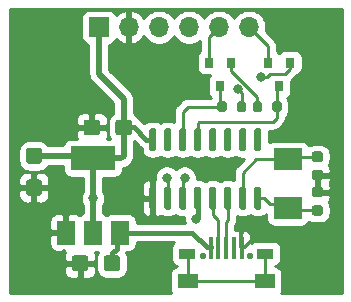
<source format=gbr>
%TF.GenerationSoftware,KiCad,Pcbnew,(5.1.10)-1*%
%TF.CreationDate,2021-05-26T11:20:56+00:00*%
%TF.ProjectId,esp32_programmer,65737033-325f-4707-926f-6772616d6d65,rev?*%
%TF.SameCoordinates,Original*%
%TF.FileFunction,Copper,L1,Top*%
%TF.FilePolarity,Positive*%
%FSLAX46Y46*%
G04 Gerber Fmt 4.6, Leading zero omitted, Abs format (unit mm)*
G04 Created by KiCad (PCBNEW (5.1.10)-1) date 2021-05-26 11:20:56*
%MOMM*%
%LPD*%
G01*
G04 APERTURE LIST*
%TA.AperFunction,SMDPad,CuDef*%
%ADD10R,0.400000X1.850000*%
%TD*%
%TA.AperFunction,WasherPad*%
%ADD11C,0.550000*%
%TD*%
%TA.AperFunction,SMDPad,CuDef*%
%ADD12R,1.690000X1.300000*%
%TD*%
%TA.AperFunction,SMDPad,CuDef*%
%ADD13R,1.475000X0.900000*%
%TD*%
%TA.AperFunction,ComponentPad*%
%ADD14R,1.700000X1.700000*%
%TD*%
%TA.AperFunction,ComponentPad*%
%ADD15O,1.700000X1.700000*%
%TD*%
%TA.AperFunction,SMDPad,CuDef*%
%ADD16R,0.800000X0.900000*%
%TD*%
%TA.AperFunction,SMDPad,CuDef*%
%ADD17R,3.800000X2.000000*%
%TD*%
%TA.AperFunction,SMDPad,CuDef*%
%ADD18R,1.500000X2.000000*%
%TD*%
%TA.AperFunction,SMDPad,CuDef*%
%ADD19R,2.400000X1.900000*%
%TD*%
%TA.AperFunction,ViaPad*%
%ADD20C,0.600000*%
%TD*%
%TA.AperFunction,ViaPad*%
%ADD21C,0.800000*%
%TD*%
%TA.AperFunction,Conductor*%
%ADD22C,0.400000*%
%TD*%
%TA.AperFunction,Conductor*%
%ADD23C,0.300000*%
%TD*%
%TA.AperFunction,Conductor*%
%ADD24C,0.160000*%
%TD*%
%TA.AperFunction,Conductor*%
%ADD25C,0.500000*%
%TD*%
%TA.AperFunction,Conductor*%
%ADD26C,0.250000*%
%TD*%
%TA.AperFunction,Conductor*%
%ADD27C,0.254000*%
%TD*%
%TA.AperFunction,Conductor*%
%ADD28C,0.100000*%
%TD*%
G04 APERTURE END LIST*
D10*
%TO.P,J1,1*%
%TO.N,+5VD*%
X129223300Y-84454060D03*
%TO.P,J1,2*%
%TO.N,Net-(J1-Pad2)*%
X130523300Y-84454060D03*
%TO.P,J1,3*%
%TO.N,Net-(J1-Pad3)*%
X129873300Y-84454060D03*
%TO.P,J1,4*%
%TO.N,Net-(J1-Pad4)*%
X131173300Y-84454060D03*
%TO.P,J1,5*%
%TO.N,GND*%
X131823300Y-84454060D03*
D11*
%TO.P,J1,*%
%TO.N,*%
X128523300Y-85139060D03*
X132523300Y-85139060D03*
D12*
%TO.P,J1,6*%
%TO.N,Net-(J1-Pad6)*%
X127253300Y-87289060D03*
X133793300Y-87289060D03*
D13*
X127235800Y-84929060D03*
X133810800Y-84929060D03*
%TD*%
%TO.P,C1,1*%
%TO.N,+5VD*%
%TA.AperFunction,SMDPad,CuDef*%
G36*
G01*
X121550000Y-85324999D02*
X121550000Y-86175001D01*
G75*
G02*
X121300001Y-86425000I-249999J0D01*
G01*
X120399999Y-86425000D01*
G75*
G02*
X120150000Y-86175001I0J249999D01*
G01*
X120150000Y-85324999D01*
G75*
G02*
X120399999Y-85075000I249999J0D01*
G01*
X121300001Y-85075000D01*
G75*
G02*
X121550000Y-85324999I0J-249999D01*
G01*
G37*
%TD.AperFunction*%
%TO.P,C1,2*%
%TO.N,GND*%
%TA.AperFunction,SMDPad,CuDef*%
G36*
G01*
X118850000Y-85324999D02*
X118850000Y-86175001D01*
G75*
G02*
X118600001Y-86425000I-249999J0D01*
G01*
X117699999Y-86425000D01*
G75*
G02*
X117450000Y-86175001I0J249999D01*
G01*
X117450000Y-85324999D01*
G75*
G02*
X117699999Y-85075000I249999J0D01*
G01*
X118600001Y-85075000D01*
G75*
G02*
X118850000Y-85324999I0J-249999D01*
G01*
G37*
%TD.AperFunction*%
%TD*%
%TO.P,C2,1*%
%TO.N,+3V3*%
%TA.AperFunction,SMDPad,CuDef*%
G36*
G01*
X113824999Y-75950000D02*
X114675001Y-75950000D01*
G75*
G02*
X114925000Y-76199999I0J-249999D01*
G01*
X114925000Y-77100001D01*
G75*
G02*
X114675001Y-77350000I-249999J0D01*
G01*
X113824999Y-77350000D01*
G75*
G02*
X113575000Y-77100001I0J249999D01*
G01*
X113575000Y-76199999D01*
G75*
G02*
X113824999Y-75950000I249999J0D01*
G01*
G37*
%TD.AperFunction*%
%TO.P,C2,2*%
%TO.N,GND*%
%TA.AperFunction,SMDPad,CuDef*%
G36*
G01*
X113824999Y-78650000D02*
X114675001Y-78650000D01*
G75*
G02*
X114925000Y-78899999I0J-249999D01*
G01*
X114925000Y-79800001D01*
G75*
G02*
X114675001Y-80050000I-249999J0D01*
G01*
X113824999Y-80050000D01*
G75*
G02*
X113575000Y-79800001I0J249999D01*
G01*
X113575000Y-78899999D01*
G75*
G02*
X113824999Y-78650000I249999J0D01*
G01*
G37*
%TD.AperFunction*%
%TD*%
%TO.P,C3,2*%
%TO.N,GND*%
%TA.AperFunction,SMDPad,CuDef*%
G36*
G01*
X119850000Y-73824999D02*
X119850000Y-74675001D01*
G75*
G02*
X119600001Y-74925000I-249999J0D01*
G01*
X118699999Y-74925000D01*
G75*
G02*
X118450000Y-74675001I0J249999D01*
G01*
X118450000Y-73824999D01*
G75*
G02*
X118699999Y-73575000I249999J0D01*
G01*
X119600001Y-73575000D01*
G75*
G02*
X119850000Y-73824999I0J-249999D01*
G01*
G37*
%TD.AperFunction*%
%TO.P,C3,1*%
%TO.N,+3V3*%
%TA.AperFunction,SMDPad,CuDef*%
G36*
G01*
X122550000Y-73824999D02*
X122550000Y-74675001D01*
G75*
G02*
X122300001Y-74925000I-249999J0D01*
G01*
X121399999Y-74925000D01*
G75*
G02*
X121150000Y-74675001I0J249999D01*
G01*
X121150000Y-73824999D01*
G75*
G02*
X121399999Y-73575000I249999J0D01*
G01*
X122300001Y-73575000D01*
G75*
G02*
X122550000Y-73824999I0J-249999D01*
G01*
G37*
%TD.AperFunction*%
%TD*%
%TO.P,C4,1*%
%TO.N,GND*%
%TA.AperFunction,SMDPad,CuDef*%
G36*
G01*
X138500000Y-78725000D02*
X138000000Y-78725000D01*
G75*
G02*
X137775000Y-78500000I0J225000D01*
G01*
X137775000Y-78050000D01*
G75*
G02*
X138000000Y-77825000I225000J0D01*
G01*
X138500000Y-77825000D01*
G75*
G02*
X138725000Y-78050000I0J-225000D01*
G01*
X138725000Y-78500000D01*
G75*
G02*
X138500000Y-78725000I-225000J0D01*
G01*
G37*
%TD.AperFunction*%
%TO.P,C4,2*%
%TO.N,Net-(C4-Pad2)*%
%TA.AperFunction,SMDPad,CuDef*%
G36*
G01*
X138500000Y-77175000D02*
X138000000Y-77175000D01*
G75*
G02*
X137775000Y-76950000I0J225000D01*
G01*
X137775000Y-76500000D01*
G75*
G02*
X138000000Y-76275000I225000J0D01*
G01*
X138500000Y-76275000D01*
G75*
G02*
X138725000Y-76500000I0J-225000D01*
G01*
X138725000Y-76950000D01*
G75*
G02*
X138500000Y-77175000I-225000J0D01*
G01*
G37*
%TD.AperFunction*%
%TD*%
%TO.P,C5,2*%
%TO.N,GND*%
%TA.AperFunction,SMDPad,CuDef*%
G36*
G01*
X138500000Y-80175000D02*
X138000000Y-80175000D01*
G75*
G02*
X137775000Y-79950000I0J225000D01*
G01*
X137775000Y-79500000D01*
G75*
G02*
X138000000Y-79275000I225000J0D01*
G01*
X138500000Y-79275000D01*
G75*
G02*
X138725000Y-79500000I0J-225000D01*
G01*
X138725000Y-79950000D01*
G75*
G02*
X138500000Y-80175000I-225000J0D01*
G01*
G37*
%TD.AperFunction*%
%TO.P,C5,1*%
%TO.N,Net-(C5-Pad1)*%
%TA.AperFunction,SMDPad,CuDef*%
G36*
G01*
X138500000Y-81725000D02*
X138000000Y-81725000D01*
G75*
G02*
X137775000Y-81500000I0J225000D01*
G01*
X137775000Y-81050000D01*
G75*
G02*
X138000000Y-80825000I225000J0D01*
G01*
X138500000Y-80825000D01*
G75*
G02*
X138725000Y-81050000I0J-225000D01*
G01*
X138725000Y-81500000D01*
G75*
G02*
X138500000Y-81725000I-225000J0D01*
G01*
G37*
%TD.AperFunction*%
%TD*%
D14*
%TO.P,J2,1*%
%TO.N,+3V3*%
X119750000Y-65750000D03*
D15*
%TO.P,J2,2*%
%TO.N,GND*%
X122290000Y-65750000D03*
%TO.P,J2,3*%
%TO.N,/TXD*%
X124830000Y-65750000D03*
%TO.P,J2,4*%
%TO.N,/RXD*%
X127370000Y-65750000D03*
%TO.P,J2,5*%
%TO.N,/EN*%
X129910000Y-65750000D03*
%TO.P,J2,6*%
%TO.N,/BOOT*%
X132450000Y-65750000D03*
%TD*%
D16*
%TO.P,Q1,1*%
%TO.N,Net-(Q1-Pad1)*%
X130950000Y-68750000D03*
%TO.P,Q1,2*%
%TO.N,/EN*%
X129050000Y-68750000D03*
%TO.P,Q1,3*%
%TO.N,/RTS*%
X130000000Y-70750000D03*
%TD*%
%TO.P,Q2,3*%
%TO.N,/DTR*%
X135000000Y-70750000D03*
%TO.P,Q2,2*%
%TO.N,/BOOT*%
X134050000Y-68750000D03*
%TO.P,Q2,1*%
%TO.N,Net-(Q2-Pad1)*%
X135950000Y-68750000D03*
%TD*%
%TO.P,R1,1*%
%TO.N,Net-(Q1-Pad1)*%
%TA.AperFunction,SMDPad,CuDef*%
G36*
G01*
X132775000Y-72775000D02*
X132775000Y-72225000D01*
G75*
G02*
X132975000Y-72025000I200000J0D01*
G01*
X133375000Y-72025000D01*
G75*
G02*
X133575000Y-72225000I0J-200000D01*
G01*
X133575000Y-72775000D01*
G75*
G02*
X133375000Y-72975000I-200000J0D01*
G01*
X132975000Y-72975000D01*
G75*
G02*
X132775000Y-72775000I0J200000D01*
G01*
G37*
%TD.AperFunction*%
%TO.P,R1,2*%
%TO.N,/DTR*%
%TA.AperFunction,SMDPad,CuDef*%
G36*
G01*
X134425000Y-72775000D02*
X134425000Y-72225000D01*
G75*
G02*
X134625000Y-72025000I200000J0D01*
G01*
X135025000Y-72025000D01*
G75*
G02*
X135225000Y-72225000I0J-200000D01*
G01*
X135225000Y-72775000D01*
G75*
G02*
X135025000Y-72975000I-200000J0D01*
G01*
X134625000Y-72975000D01*
G75*
G02*
X134425000Y-72775000I0J200000D01*
G01*
G37*
%TD.AperFunction*%
%TD*%
%TO.P,R2,2*%
%TO.N,/RTS*%
%TA.AperFunction,SMDPad,CuDef*%
G36*
G01*
X130575000Y-72225000D02*
X130575000Y-72775000D01*
G75*
G02*
X130375000Y-72975000I-200000J0D01*
G01*
X129975000Y-72975000D01*
G75*
G02*
X129775000Y-72775000I0J200000D01*
G01*
X129775000Y-72225000D01*
G75*
G02*
X129975000Y-72025000I200000J0D01*
G01*
X130375000Y-72025000D01*
G75*
G02*
X130575000Y-72225000I0J-200000D01*
G01*
G37*
%TD.AperFunction*%
%TO.P,R2,1*%
%TO.N,Net-(Q2-Pad1)*%
%TA.AperFunction,SMDPad,CuDef*%
G36*
G01*
X132225000Y-72225000D02*
X132225000Y-72775000D01*
G75*
G02*
X132025000Y-72975000I-200000J0D01*
G01*
X131625000Y-72975000D01*
G75*
G02*
X131425000Y-72775000I0J200000D01*
G01*
X131425000Y-72225000D01*
G75*
G02*
X131625000Y-72025000I200000J0D01*
G01*
X132025000Y-72025000D01*
G75*
G02*
X132225000Y-72225000I0J-200000D01*
G01*
G37*
%TD.AperFunction*%
%TD*%
D17*
%TO.P,U1,2*%
%TO.N,+3V3*%
X119250000Y-76850000D03*
D18*
X119250000Y-83150000D03*
%TO.P,U1,3*%
%TO.N,+5VD*%
X121550000Y-83150000D03*
%TO.P,U1,1*%
%TO.N,GND*%
X116950000Y-83150000D03*
%TD*%
%TO.P,U2,1*%
%TO.N,GND*%
%TA.AperFunction,SMDPad,CuDef*%
G36*
G01*
X124455000Y-81200000D02*
X124155000Y-81200000D01*
G75*
G02*
X124005000Y-81050000I0J150000D01*
G01*
X124005000Y-79400000D01*
G75*
G02*
X124155000Y-79250000I150000J0D01*
G01*
X124455000Y-79250000D01*
G75*
G02*
X124605000Y-79400000I0J-150000D01*
G01*
X124605000Y-81050000D01*
G75*
G02*
X124455000Y-81200000I-150000J0D01*
G01*
G37*
%TD.AperFunction*%
%TO.P,U2,2*%
%TO.N,/TXD*%
%TA.AperFunction,SMDPad,CuDef*%
G36*
G01*
X125725000Y-81200000D02*
X125425000Y-81200000D01*
G75*
G02*
X125275000Y-81050000I0J150000D01*
G01*
X125275000Y-79400000D01*
G75*
G02*
X125425000Y-79250000I150000J0D01*
G01*
X125725000Y-79250000D01*
G75*
G02*
X125875000Y-79400000I0J-150000D01*
G01*
X125875000Y-81050000D01*
G75*
G02*
X125725000Y-81200000I-150000J0D01*
G01*
G37*
%TD.AperFunction*%
%TO.P,U2,3*%
%TO.N,/RXD*%
%TA.AperFunction,SMDPad,CuDef*%
G36*
G01*
X126995000Y-81200000D02*
X126695000Y-81200000D01*
G75*
G02*
X126545000Y-81050000I0J150000D01*
G01*
X126545000Y-79400000D01*
G75*
G02*
X126695000Y-79250000I150000J0D01*
G01*
X126995000Y-79250000D01*
G75*
G02*
X127145000Y-79400000I0J-150000D01*
G01*
X127145000Y-81050000D01*
G75*
G02*
X126995000Y-81200000I-150000J0D01*
G01*
G37*
%TD.AperFunction*%
%TO.P,U2,4*%
%TO.N,+3V3*%
%TA.AperFunction,SMDPad,CuDef*%
G36*
G01*
X128265000Y-81200000D02*
X127965000Y-81200000D01*
G75*
G02*
X127815000Y-81050000I0J150000D01*
G01*
X127815000Y-79400000D01*
G75*
G02*
X127965000Y-79250000I150000J0D01*
G01*
X128265000Y-79250000D01*
G75*
G02*
X128415000Y-79400000I0J-150000D01*
G01*
X128415000Y-81050000D01*
G75*
G02*
X128265000Y-81200000I-150000J0D01*
G01*
G37*
%TD.AperFunction*%
%TO.P,U2,5*%
%TO.N,Net-(J1-Pad3)*%
%TA.AperFunction,SMDPad,CuDef*%
G36*
G01*
X129535000Y-81200000D02*
X129235000Y-81200000D01*
G75*
G02*
X129085000Y-81050000I0J150000D01*
G01*
X129085000Y-79400000D01*
G75*
G02*
X129235000Y-79250000I150000J0D01*
G01*
X129535000Y-79250000D01*
G75*
G02*
X129685000Y-79400000I0J-150000D01*
G01*
X129685000Y-81050000D01*
G75*
G02*
X129535000Y-81200000I-150000J0D01*
G01*
G37*
%TD.AperFunction*%
%TO.P,U2,6*%
%TO.N,Net-(J1-Pad2)*%
%TA.AperFunction,SMDPad,CuDef*%
G36*
G01*
X130805000Y-81200000D02*
X130505000Y-81200000D01*
G75*
G02*
X130355000Y-81050000I0J150000D01*
G01*
X130355000Y-79400000D01*
G75*
G02*
X130505000Y-79250000I150000J0D01*
G01*
X130805000Y-79250000D01*
G75*
G02*
X130955000Y-79400000I0J-150000D01*
G01*
X130955000Y-81050000D01*
G75*
G02*
X130805000Y-81200000I-150000J0D01*
G01*
G37*
%TD.AperFunction*%
%TO.P,U2,7*%
%TO.N,Net-(C4-Pad2)*%
%TA.AperFunction,SMDPad,CuDef*%
G36*
G01*
X132075000Y-81200000D02*
X131775000Y-81200000D01*
G75*
G02*
X131625000Y-81050000I0J150000D01*
G01*
X131625000Y-79400000D01*
G75*
G02*
X131775000Y-79250000I150000J0D01*
G01*
X132075000Y-79250000D01*
G75*
G02*
X132225000Y-79400000I0J-150000D01*
G01*
X132225000Y-81050000D01*
G75*
G02*
X132075000Y-81200000I-150000J0D01*
G01*
G37*
%TD.AperFunction*%
%TO.P,U2,8*%
%TO.N,Net-(C5-Pad1)*%
%TA.AperFunction,SMDPad,CuDef*%
G36*
G01*
X133345000Y-81200000D02*
X133045000Y-81200000D01*
G75*
G02*
X132895000Y-81050000I0J150000D01*
G01*
X132895000Y-79400000D01*
G75*
G02*
X133045000Y-79250000I150000J0D01*
G01*
X133345000Y-79250000D01*
G75*
G02*
X133495000Y-79400000I0J-150000D01*
G01*
X133495000Y-81050000D01*
G75*
G02*
X133345000Y-81200000I-150000J0D01*
G01*
G37*
%TD.AperFunction*%
%TO.P,U2,9*%
%TO.N,Net-(U2-Pad9)*%
%TA.AperFunction,SMDPad,CuDef*%
G36*
G01*
X133345000Y-76250000D02*
X133045000Y-76250000D01*
G75*
G02*
X132895000Y-76100000I0J150000D01*
G01*
X132895000Y-74450000D01*
G75*
G02*
X133045000Y-74300000I150000J0D01*
G01*
X133345000Y-74300000D01*
G75*
G02*
X133495000Y-74450000I0J-150000D01*
G01*
X133495000Y-76100000D01*
G75*
G02*
X133345000Y-76250000I-150000J0D01*
G01*
G37*
%TD.AperFunction*%
%TO.P,U2,10*%
%TO.N,Net-(U2-Pad10)*%
%TA.AperFunction,SMDPad,CuDef*%
G36*
G01*
X132075000Y-76250000D02*
X131775000Y-76250000D01*
G75*
G02*
X131625000Y-76100000I0J150000D01*
G01*
X131625000Y-74450000D01*
G75*
G02*
X131775000Y-74300000I150000J0D01*
G01*
X132075000Y-74300000D01*
G75*
G02*
X132225000Y-74450000I0J-150000D01*
G01*
X132225000Y-76100000D01*
G75*
G02*
X132075000Y-76250000I-150000J0D01*
G01*
G37*
%TD.AperFunction*%
%TO.P,U2,11*%
%TO.N,Net-(U2-Pad11)*%
%TA.AperFunction,SMDPad,CuDef*%
G36*
G01*
X130805000Y-76250000D02*
X130505000Y-76250000D01*
G75*
G02*
X130355000Y-76100000I0J150000D01*
G01*
X130355000Y-74450000D01*
G75*
G02*
X130505000Y-74300000I150000J0D01*
G01*
X130805000Y-74300000D01*
G75*
G02*
X130955000Y-74450000I0J-150000D01*
G01*
X130955000Y-76100000D01*
G75*
G02*
X130805000Y-76250000I-150000J0D01*
G01*
G37*
%TD.AperFunction*%
%TO.P,U2,12*%
%TO.N,Net-(U2-Pad12)*%
%TA.AperFunction,SMDPad,CuDef*%
G36*
G01*
X129535000Y-76250000D02*
X129235000Y-76250000D01*
G75*
G02*
X129085000Y-76100000I0J150000D01*
G01*
X129085000Y-74450000D01*
G75*
G02*
X129235000Y-74300000I150000J0D01*
G01*
X129535000Y-74300000D01*
G75*
G02*
X129685000Y-74450000I0J-150000D01*
G01*
X129685000Y-76100000D01*
G75*
G02*
X129535000Y-76250000I-150000J0D01*
G01*
G37*
%TD.AperFunction*%
%TO.P,U2,13*%
%TO.N,/DTR*%
%TA.AperFunction,SMDPad,CuDef*%
G36*
G01*
X128265000Y-76250000D02*
X127965000Y-76250000D01*
G75*
G02*
X127815000Y-76100000I0J150000D01*
G01*
X127815000Y-74450000D01*
G75*
G02*
X127965000Y-74300000I150000J0D01*
G01*
X128265000Y-74300000D01*
G75*
G02*
X128415000Y-74450000I0J-150000D01*
G01*
X128415000Y-76100000D01*
G75*
G02*
X128265000Y-76250000I-150000J0D01*
G01*
G37*
%TD.AperFunction*%
%TO.P,U2,14*%
%TO.N,/RTS*%
%TA.AperFunction,SMDPad,CuDef*%
G36*
G01*
X126995000Y-76250000D02*
X126695000Y-76250000D01*
G75*
G02*
X126545000Y-76100000I0J150000D01*
G01*
X126545000Y-74450000D01*
G75*
G02*
X126695000Y-74300000I150000J0D01*
G01*
X126995000Y-74300000D01*
G75*
G02*
X127145000Y-74450000I0J-150000D01*
G01*
X127145000Y-76100000D01*
G75*
G02*
X126995000Y-76250000I-150000J0D01*
G01*
G37*
%TD.AperFunction*%
%TO.P,U2,15*%
%TO.N,Net-(U2-Pad15)*%
%TA.AperFunction,SMDPad,CuDef*%
G36*
G01*
X125725000Y-76250000D02*
X125425000Y-76250000D01*
G75*
G02*
X125275000Y-76100000I0J150000D01*
G01*
X125275000Y-74450000D01*
G75*
G02*
X125425000Y-74300000I150000J0D01*
G01*
X125725000Y-74300000D01*
G75*
G02*
X125875000Y-74450000I0J-150000D01*
G01*
X125875000Y-76100000D01*
G75*
G02*
X125725000Y-76250000I-150000J0D01*
G01*
G37*
%TD.AperFunction*%
%TO.P,U2,16*%
%TO.N,+3V3*%
%TA.AperFunction,SMDPad,CuDef*%
G36*
G01*
X124455000Y-76250000D02*
X124155000Y-76250000D01*
G75*
G02*
X124005000Y-76100000I0J150000D01*
G01*
X124005000Y-74450000D01*
G75*
G02*
X124155000Y-74300000I150000J0D01*
G01*
X124455000Y-74300000D01*
G75*
G02*
X124605000Y-74450000I0J-150000D01*
G01*
X124605000Y-76100000D01*
G75*
G02*
X124455000Y-76250000I-150000J0D01*
G01*
G37*
%TD.AperFunction*%
%TD*%
D19*
%TO.P,Y1,1*%
%TO.N,Net-(C5-Pad1)*%
X135750000Y-81050000D03*
%TO.P,Y1,2*%
%TO.N,Net-(C4-Pad2)*%
X135750000Y-76950000D03*
%TD*%
D20*
%TO.N,GND*%
X113000000Y-65000000D03*
X114500000Y-65000000D03*
X116000000Y-65000000D03*
X117500000Y-65000000D03*
X113000000Y-66500000D03*
X113000000Y-68000000D03*
X113000000Y-69500000D03*
X113000000Y-71000000D03*
X113000000Y-72500000D03*
X113000000Y-74000000D03*
X113000000Y-81000000D03*
X113000000Y-82500000D03*
X113000000Y-84000000D03*
X113000000Y-85500000D03*
X113000000Y-87000000D03*
X114500000Y-87500000D03*
X116000000Y-87500000D03*
X117500000Y-87500000D03*
X119000000Y-87500000D03*
X120500000Y-87500000D03*
X122000000Y-87500000D03*
X123500000Y-87500000D03*
X125000000Y-87500000D03*
X136000000Y-87500000D03*
X137500000Y-87500000D03*
X139000000Y-87500000D03*
X139500000Y-86000000D03*
X139500000Y-84500000D03*
X139500000Y-83000000D03*
X139500000Y-75000000D03*
X139500000Y-73500000D03*
X139500000Y-72000000D03*
X139500000Y-70500000D03*
X139500000Y-69000000D03*
X139500000Y-67500000D03*
X139500000Y-66000000D03*
X138500000Y-65000000D03*
X137000000Y-65000000D03*
X135500000Y-65000000D03*
X123000000Y-77500000D03*
X121500000Y-79000000D03*
X122500000Y-80000000D03*
X131000000Y-77500000D03*
X129000000Y-77500000D03*
X118000000Y-68000000D03*
X118000000Y-69500000D03*
X118500000Y-71000000D03*
X119500000Y-72000000D03*
X123500000Y-73000000D03*
X123500000Y-71500000D03*
X123500000Y-70000000D03*
X123500000Y-68500000D03*
X128500000Y-71500000D03*
X133000000Y-82500000D03*
X125000000Y-84500000D03*
X125000000Y-86000000D03*
X135500000Y-83500000D03*
X137000000Y-85500000D03*
X115500000Y-73500000D03*
X115500000Y-70500000D03*
X115500000Y-67500000D03*
X117000000Y-80000000D03*
X136000000Y-74000000D03*
X137500000Y-72000000D03*
X137000000Y-67000000D03*
D21*
%TO.N,+3V3*%
X128000000Y-82000000D03*
X119250000Y-80250000D03*
%TO.N,/TXD*%
X125500000Y-78500000D03*
%TO.N,/RXD*%
X127000000Y-78500000D03*
%TO.N,Net-(Q2-Pad1)*%
X131487347Y-71012653D03*
X133500000Y-70000000D03*
%TD*%
D22*
%TO.N,+5VD*%
X121250000Y-83450000D02*
X121550000Y-83150000D01*
X121250000Y-84500000D02*
X121250000Y-83450000D01*
X120850000Y-84900000D02*
X121250000Y-84500000D01*
X120850000Y-85750000D02*
X120850000Y-84900000D01*
X129200000Y-84400000D02*
X128900000Y-84400000D01*
X128900000Y-84400000D02*
X127650000Y-83150000D01*
X127650000Y-83150000D02*
X121550000Y-83150000D01*
D23*
%TO.N,GND*%
X131800000Y-84400000D02*
X131800000Y-82700000D01*
D24*
X132000000Y-82500000D02*
X133000000Y-82500000D01*
X131800000Y-82700000D02*
X132000000Y-82500000D01*
D23*
X131800000Y-84400000D02*
X132100000Y-84400000D01*
D24*
X133000000Y-83500000D02*
X135500000Y-83500000D01*
D23*
X132100000Y-84400000D02*
X133000000Y-83500000D01*
D22*
%TO.N,+3V3*%
X128115000Y-80225000D02*
X128115000Y-81885000D01*
X128115000Y-81885000D02*
X128000000Y-82000000D01*
X119050000Y-76650000D02*
X119250000Y-76850000D01*
D25*
X114250000Y-76650000D02*
X119050000Y-76650000D01*
X119250000Y-76850000D02*
X119250000Y-80250000D01*
X119250000Y-76850000D02*
X121650000Y-76850000D01*
X121850000Y-76650000D02*
X121850000Y-74250000D01*
X121650000Y-76850000D02*
X121850000Y-76650000D01*
D22*
X124305000Y-75275000D02*
X123775000Y-75275000D01*
X122750000Y-74250000D02*
X121850000Y-74250000D01*
X123775000Y-75275000D02*
X122750000Y-74250000D01*
D25*
X119750000Y-65750000D02*
X119750000Y-69750000D01*
X121850000Y-71850000D02*
X121850000Y-74250000D01*
X119750000Y-69750000D02*
X121850000Y-71850000D01*
X119250000Y-80250000D02*
X119250000Y-83150000D01*
D26*
%TO.N,Net-(C4-Pad2)*%
X135975000Y-76725000D02*
X135750000Y-76950000D01*
X138250000Y-76725000D02*
X135975000Y-76725000D01*
X135750000Y-76950000D02*
X133050000Y-76950000D01*
X131925000Y-78075000D02*
X131925000Y-80225000D01*
X133050000Y-76950000D02*
X131925000Y-78075000D01*
%TO.N,Net-(C5-Pad1)*%
X135975000Y-81275000D02*
X135750000Y-81050000D01*
X138250000Y-81275000D02*
X135975000Y-81275000D01*
X133195000Y-80225000D02*
X133725000Y-80225000D01*
X133725000Y-80225000D02*
X134250000Y-80750000D01*
X135450000Y-80750000D02*
X135750000Y-81050000D01*
X134250000Y-80750000D02*
X135450000Y-80750000D01*
%TO.N,Net-(J1-Pad2)*%
X130500000Y-84400000D02*
X130500000Y-82250000D01*
X130655000Y-82095000D02*
X130655000Y-80225000D01*
X130500000Y-82250000D02*
X130655000Y-82095000D01*
%TO.N,Net-(J1-Pad3)*%
X129850000Y-84400000D02*
X129850000Y-82100000D01*
X129385000Y-81635000D02*
X129385000Y-80225000D01*
X129850000Y-82100000D02*
X129385000Y-81635000D01*
%TO.N,Net-(J1-Pad6)*%
X127287500Y-87177500D02*
X127230000Y-87235000D01*
X127287500Y-84875000D02*
X127287500Y-87177500D01*
X127230000Y-87235000D02*
X133770000Y-87235000D01*
X133770000Y-84932500D02*
X133712500Y-84875000D01*
X133770000Y-87235000D02*
X133770000Y-84932500D01*
%TO.N,/TXD*%
X125575000Y-78575000D02*
X125500000Y-78500000D01*
X125575000Y-80225000D02*
X125575000Y-78575000D01*
%TO.N,/RXD*%
X126845000Y-78655000D02*
X127000000Y-78500000D01*
X126845000Y-80225000D02*
X126845000Y-78655000D01*
%TO.N,/EN*%
X129050000Y-66610000D02*
X129910000Y-65750000D01*
X129050000Y-68750000D02*
X129050000Y-66610000D01*
%TO.N,/BOOT*%
X134050000Y-67350000D02*
X132450000Y-65750000D01*
X134050000Y-68750000D02*
X134050000Y-67350000D01*
%TO.N,Net-(Q1-Pad1)*%
X130950000Y-69450000D02*
X130950000Y-68750000D01*
X133175000Y-71675000D02*
X130950000Y-69450000D01*
X133175000Y-72500000D02*
X133175000Y-71675000D01*
%TO.N,/RTS*%
X126845000Y-75275000D02*
X126845000Y-72905000D01*
X127250000Y-72500000D02*
X130175000Y-72500000D01*
X126845000Y-72905000D02*
X127250000Y-72500000D01*
X130000000Y-72325000D02*
X130175000Y-72500000D01*
X130000000Y-70750000D02*
X130000000Y-72325000D01*
%TO.N,/DTR*%
X128115000Y-75275000D02*
X128115000Y-73885000D01*
X128115000Y-73885000D02*
X128250000Y-73750000D01*
X128250000Y-73750000D02*
X134500000Y-73750000D01*
X134825000Y-73425000D02*
X134825000Y-72500000D01*
X134500000Y-73750000D02*
X134825000Y-73425000D01*
X134825000Y-70925000D02*
X135000000Y-70750000D01*
X134825000Y-72500000D02*
X134825000Y-70925000D01*
%TO.N,Net-(Q2-Pad1)*%
X131825000Y-71350306D02*
X131487347Y-71012653D01*
X131825000Y-72500000D02*
X131825000Y-71350306D01*
X135950000Y-69300000D02*
X135950000Y-68750000D01*
X135500000Y-69750000D02*
X135950000Y-69300000D01*
X134250000Y-69750000D02*
X135500000Y-69750000D01*
X134000000Y-70000000D02*
X134250000Y-69750000D01*
X133500000Y-70000000D02*
X134000000Y-70000000D01*
%TD*%
D27*
%TO.N,GND*%
X140290001Y-88290000D02*
X135170737Y-88290000D01*
X135227802Y-88183240D01*
X135264112Y-88063542D01*
X135276372Y-87939060D01*
X135276372Y-86639060D01*
X135264112Y-86514578D01*
X135227802Y-86394880D01*
X135168837Y-86284566D01*
X135089485Y-86187875D01*
X134992794Y-86108523D01*
X134882480Y-86049558D01*
X134762782Y-86013248D01*
X134673996Y-86004504D01*
X134792480Y-85968562D01*
X134902794Y-85909597D01*
X134999485Y-85830245D01*
X135078837Y-85733554D01*
X135137802Y-85623240D01*
X135174112Y-85503542D01*
X135186372Y-85379060D01*
X135186372Y-84479060D01*
X135174112Y-84354578D01*
X135137802Y-84234880D01*
X135078837Y-84124566D01*
X134999485Y-84027875D01*
X134902794Y-83948523D01*
X134792480Y-83889558D01*
X134672782Y-83853248D01*
X134548300Y-83840988D01*
X133073300Y-83840988D01*
X132948818Y-83853248D01*
X132829120Y-83889558D01*
X132718806Y-83948523D01*
X132659117Y-83997508D01*
X132661320Y-83537212D01*
X132650651Y-83412584D01*
X132615873Y-83292432D01*
X132558323Y-83181373D01*
X132480212Y-83083676D01*
X132384543Y-83003095D01*
X132274991Y-82942726D01*
X132155767Y-82904890D01*
X132055050Y-82894060D01*
X131896300Y-83052810D01*
X131896300Y-83165382D01*
X131824485Y-83077875D01*
X131727794Y-82998523D01*
X131659518Y-82962028D01*
X131591550Y-82894060D01*
X131499960Y-82903909D01*
X131497782Y-82903248D01*
X131373300Y-82890988D01*
X131260000Y-82890988D01*
X131260000Y-82555799D01*
X131289974Y-82519276D01*
X131360546Y-82387247D01*
X131404003Y-82243986D01*
X131415000Y-82132333D01*
X131415000Y-82132324D01*
X131418676Y-82095001D01*
X131415000Y-82057678D01*
X131415000Y-81746859D01*
X131473418Y-81778084D01*
X131621255Y-81822929D01*
X131775000Y-81838072D01*
X132075000Y-81838072D01*
X132228745Y-81822929D01*
X132376582Y-81778084D01*
X132512829Y-81705258D01*
X132560000Y-81666546D01*
X132607171Y-81705258D01*
X132743418Y-81778084D01*
X132891255Y-81822929D01*
X133045000Y-81838072D01*
X133345000Y-81838072D01*
X133498745Y-81822929D01*
X133646582Y-81778084D01*
X133782829Y-81705258D01*
X133902251Y-81607251D01*
X133911928Y-81595460D01*
X133911928Y-82000000D01*
X133924188Y-82124482D01*
X133960498Y-82244180D01*
X134019463Y-82354494D01*
X134098815Y-82451185D01*
X134195506Y-82530537D01*
X134305820Y-82589502D01*
X134425518Y-82625812D01*
X134550000Y-82638072D01*
X136950000Y-82638072D01*
X137074482Y-82625812D01*
X137194180Y-82589502D01*
X137304494Y-82530537D01*
X137401185Y-82451185D01*
X137480537Y-82354494D01*
X137539502Y-82244180D01*
X137543785Y-82230062D01*
X137669717Y-82297375D01*
X137831623Y-82346488D01*
X138000000Y-82363072D01*
X138500000Y-82363072D01*
X138668377Y-82346488D01*
X138830283Y-82297375D01*
X138979497Y-82217618D01*
X139110284Y-82110284D01*
X139217618Y-81979497D01*
X139297375Y-81830283D01*
X139346488Y-81668377D01*
X139363072Y-81500000D01*
X139363072Y-81050000D01*
X139346488Y-80881623D01*
X139297375Y-80719717D01*
X139219300Y-80573649D01*
X139255537Y-80529494D01*
X139314502Y-80419180D01*
X139350812Y-80299482D01*
X139363072Y-80175000D01*
X139360000Y-80010750D01*
X139201250Y-79852000D01*
X138377000Y-79852000D01*
X138377000Y-79872000D01*
X138123000Y-79872000D01*
X138123000Y-79852000D01*
X138103000Y-79852000D01*
X138103000Y-79598000D01*
X138123000Y-79598000D01*
X138123000Y-78402000D01*
X138377000Y-78402000D01*
X138377000Y-79598000D01*
X139201250Y-79598000D01*
X139360000Y-79439250D01*
X139363072Y-79275000D01*
X139350812Y-79150518D01*
X139314502Y-79030820D01*
X139298028Y-79000000D01*
X139314502Y-78969180D01*
X139350812Y-78849482D01*
X139363072Y-78725000D01*
X139360000Y-78560750D01*
X139201250Y-78402000D01*
X138377000Y-78402000D01*
X138123000Y-78402000D01*
X138103000Y-78402000D01*
X138103000Y-78148000D01*
X138123000Y-78148000D01*
X138123000Y-78128000D01*
X138377000Y-78128000D01*
X138377000Y-78148000D01*
X139201250Y-78148000D01*
X139360000Y-77989250D01*
X139363072Y-77825000D01*
X139350812Y-77700518D01*
X139314502Y-77580820D01*
X139255537Y-77470506D01*
X139219300Y-77426351D01*
X139297375Y-77280283D01*
X139346488Y-77118377D01*
X139363072Y-76950000D01*
X139363072Y-76500000D01*
X139346488Y-76331623D01*
X139297375Y-76169717D01*
X139217618Y-76020503D01*
X139110284Y-75889716D01*
X138979497Y-75782382D01*
X138830283Y-75702625D01*
X138668377Y-75653512D01*
X138500000Y-75636928D01*
X138000000Y-75636928D01*
X137831623Y-75653512D01*
X137669717Y-75702625D01*
X137543785Y-75769938D01*
X137539502Y-75755820D01*
X137480537Y-75645506D01*
X137401185Y-75548815D01*
X137304494Y-75469463D01*
X137194180Y-75410498D01*
X137074482Y-75374188D01*
X136950000Y-75361928D01*
X134550000Y-75361928D01*
X134425518Y-75374188D01*
X134305820Y-75410498D01*
X134195506Y-75469463D01*
X134133072Y-75520701D01*
X134133072Y-74510000D01*
X134462678Y-74510000D01*
X134500000Y-74513676D01*
X134537322Y-74510000D01*
X134537333Y-74510000D01*
X134648986Y-74499003D01*
X134792247Y-74455546D01*
X134924276Y-74384974D01*
X135040001Y-74290001D01*
X135063803Y-74260998D01*
X135336003Y-73988799D01*
X135365001Y-73965001D01*
X135459974Y-73849276D01*
X135530546Y-73717247D01*
X135574003Y-73573986D01*
X135585000Y-73462333D01*
X135585000Y-73462324D01*
X135588676Y-73425001D01*
X135585609Y-73393865D01*
X135617606Y-73367606D01*
X135721831Y-73240608D01*
X135799278Y-73095716D01*
X135846969Y-72938500D01*
X135863072Y-72775000D01*
X135863072Y-72225000D01*
X135846969Y-72061500D01*
X135799278Y-71904284D01*
X135721831Y-71759392D01*
X135715330Y-71751471D01*
X135754494Y-71730537D01*
X135851185Y-71651185D01*
X135930537Y-71554494D01*
X135989502Y-71444180D01*
X136025812Y-71324482D01*
X136038072Y-71200000D01*
X136038072Y-70300000D01*
X136037305Y-70292213D01*
X136040001Y-70290001D01*
X136063804Y-70260997D01*
X136460998Y-69863803D01*
X136490001Y-69840001D01*
X136510650Y-69814841D01*
X136594180Y-69789502D01*
X136704494Y-69730537D01*
X136801185Y-69651185D01*
X136880537Y-69554494D01*
X136939502Y-69444180D01*
X136975812Y-69324482D01*
X136988072Y-69200000D01*
X136988072Y-68300000D01*
X136975812Y-68175518D01*
X136939502Y-68055820D01*
X136880537Y-67945506D01*
X136801185Y-67848815D01*
X136704494Y-67769463D01*
X136594180Y-67710498D01*
X136474482Y-67674188D01*
X136350000Y-67661928D01*
X135550000Y-67661928D01*
X135425518Y-67674188D01*
X135305820Y-67710498D01*
X135195506Y-67769463D01*
X135098815Y-67848815D01*
X135019463Y-67945506D01*
X135000000Y-67981918D01*
X134980537Y-67945506D01*
X134901185Y-67848815D01*
X134810000Y-67773982D01*
X134810000Y-67387325D01*
X134813676Y-67350000D01*
X134810000Y-67312675D01*
X134810000Y-67312667D01*
X134799003Y-67201014D01*
X134755546Y-67057753D01*
X134684974Y-66925724D01*
X134590001Y-66809999D01*
X134561003Y-66786201D01*
X133891210Y-66116408D01*
X133935000Y-65896260D01*
X133935000Y-65603740D01*
X133877932Y-65316842D01*
X133765990Y-65046589D01*
X133603475Y-64803368D01*
X133396632Y-64596525D01*
X133153411Y-64434010D01*
X132883158Y-64322068D01*
X132596260Y-64265000D01*
X132303740Y-64265000D01*
X132016842Y-64322068D01*
X131746589Y-64434010D01*
X131503368Y-64596525D01*
X131296525Y-64803368D01*
X131180000Y-64977760D01*
X131063475Y-64803368D01*
X130856632Y-64596525D01*
X130613411Y-64434010D01*
X130343158Y-64322068D01*
X130056260Y-64265000D01*
X129763740Y-64265000D01*
X129476842Y-64322068D01*
X129206589Y-64434010D01*
X128963368Y-64596525D01*
X128756525Y-64803368D01*
X128640000Y-64977760D01*
X128523475Y-64803368D01*
X128316632Y-64596525D01*
X128073411Y-64434010D01*
X127803158Y-64322068D01*
X127516260Y-64265000D01*
X127223740Y-64265000D01*
X126936842Y-64322068D01*
X126666589Y-64434010D01*
X126423368Y-64596525D01*
X126216525Y-64803368D01*
X126100000Y-64977760D01*
X125983475Y-64803368D01*
X125776632Y-64596525D01*
X125533411Y-64434010D01*
X125263158Y-64322068D01*
X124976260Y-64265000D01*
X124683740Y-64265000D01*
X124396842Y-64322068D01*
X124126589Y-64434010D01*
X123883368Y-64596525D01*
X123676525Y-64803368D01*
X123554805Y-64985534D01*
X123485178Y-64868645D01*
X123290269Y-64652412D01*
X123056920Y-64478359D01*
X122794099Y-64353175D01*
X122646890Y-64308524D01*
X122417000Y-64429845D01*
X122417000Y-65623000D01*
X122437000Y-65623000D01*
X122437000Y-65877000D01*
X122417000Y-65877000D01*
X122417000Y-67070155D01*
X122646890Y-67191476D01*
X122794099Y-67146825D01*
X123056920Y-67021641D01*
X123290269Y-66847588D01*
X123485178Y-66631355D01*
X123554805Y-66514466D01*
X123676525Y-66696632D01*
X123883368Y-66903475D01*
X124126589Y-67065990D01*
X124396842Y-67177932D01*
X124683740Y-67235000D01*
X124976260Y-67235000D01*
X125263158Y-67177932D01*
X125533411Y-67065990D01*
X125776632Y-66903475D01*
X125983475Y-66696632D01*
X126100000Y-66522240D01*
X126216525Y-66696632D01*
X126423368Y-66903475D01*
X126666589Y-67065990D01*
X126936842Y-67177932D01*
X127223740Y-67235000D01*
X127516260Y-67235000D01*
X127803158Y-67177932D01*
X128073411Y-67065990D01*
X128290001Y-66921269D01*
X128290000Y-67773981D01*
X128198815Y-67848815D01*
X128119463Y-67945506D01*
X128060498Y-68055820D01*
X128024188Y-68175518D01*
X128011928Y-68300000D01*
X128011928Y-69200000D01*
X128024188Y-69324482D01*
X128060498Y-69444180D01*
X128119463Y-69554494D01*
X128198815Y-69651185D01*
X128295506Y-69730537D01*
X128405820Y-69789502D01*
X128525518Y-69825812D01*
X128650000Y-69838072D01*
X129161905Y-69838072D01*
X129148815Y-69848815D01*
X129069463Y-69945506D01*
X129010498Y-70055820D01*
X128974188Y-70175518D01*
X128961928Y-70300000D01*
X128961928Y-71200000D01*
X128974188Y-71324482D01*
X129010498Y-71444180D01*
X129069463Y-71554494D01*
X129148815Y-71651185D01*
X129240001Y-71726019D01*
X129240001Y-71740000D01*
X127287322Y-71740000D01*
X127249999Y-71736324D01*
X127212676Y-71740000D01*
X127212667Y-71740000D01*
X127101014Y-71750997D01*
X126957753Y-71794454D01*
X126825724Y-71865026D01*
X126709999Y-71959999D01*
X126686201Y-71988997D01*
X126333998Y-72341201D01*
X126305000Y-72364999D01*
X126281202Y-72393997D01*
X126281201Y-72393998D01*
X126210026Y-72480724D01*
X126139454Y-72612754D01*
X126095998Y-72756015D01*
X126081324Y-72905000D01*
X126085001Y-72942332D01*
X126085001Y-73753142D01*
X126026582Y-73721916D01*
X125878745Y-73677071D01*
X125725000Y-73661928D01*
X125425000Y-73661928D01*
X125271255Y-73677071D01*
X125123418Y-73721916D01*
X124987171Y-73794742D01*
X124940000Y-73833454D01*
X124892829Y-73794742D01*
X124756582Y-73721916D01*
X124608745Y-73677071D01*
X124455000Y-73661928D01*
X124155000Y-73661928D01*
X124001255Y-73677071D01*
X123853418Y-73721916D01*
X123717171Y-73794742D01*
X123597749Y-73892749D01*
X123586871Y-73906004D01*
X123369445Y-73688578D01*
X123343291Y-73656709D01*
X123216146Y-73552364D01*
X123126292Y-73504336D01*
X123120472Y-73485149D01*
X123038405Y-73331613D01*
X122927962Y-73197038D01*
X122793387Y-73086595D01*
X122735000Y-73055386D01*
X122735000Y-71893465D01*
X122739281Y-71849999D01*
X122735000Y-71806533D01*
X122735000Y-71806523D01*
X122722195Y-71676510D01*
X122671589Y-71509687D01*
X122589411Y-71355941D01*
X122478817Y-71221183D01*
X122445050Y-71193471D01*
X120635000Y-69383422D01*
X120635000Y-67234625D01*
X120724482Y-67225812D01*
X120844180Y-67189502D01*
X120954494Y-67130537D01*
X121051185Y-67051185D01*
X121130537Y-66954494D01*
X121189502Y-66844180D01*
X121213966Y-66763534D01*
X121289731Y-66847588D01*
X121523080Y-67021641D01*
X121785901Y-67146825D01*
X121933110Y-67191476D01*
X122163000Y-67070155D01*
X122163000Y-65877000D01*
X122143000Y-65877000D01*
X122143000Y-65623000D01*
X122163000Y-65623000D01*
X122163000Y-64429845D01*
X121933110Y-64308524D01*
X121785901Y-64353175D01*
X121523080Y-64478359D01*
X121289731Y-64652412D01*
X121213966Y-64736466D01*
X121189502Y-64655820D01*
X121130537Y-64545506D01*
X121051185Y-64448815D01*
X120954494Y-64369463D01*
X120844180Y-64310498D01*
X120724482Y-64274188D01*
X120600000Y-64261928D01*
X118900000Y-64261928D01*
X118775518Y-64274188D01*
X118655820Y-64310498D01*
X118545506Y-64369463D01*
X118448815Y-64448815D01*
X118369463Y-64545506D01*
X118310498Y-64655820D01*
X118274188Y-64775518D01*
X118261928Y-64900000D01*
X118261928Y-66600000D01*
X118274188Y-66724482D01*
X118310498Y-66844180D01*
X118369463Y-66954494D01*
X118448815Y-67051185D01*
X118545506Y-67130537D01*
X118655820Y-67189502D01*
X118775518Y-67225812D01*
X118865000Y-67234625D01*
X118865001Y-69706521D01*
X118860719Y-69750000D01*
X118877805Y-69923490D01*
X118928412Y-70090313D01*
X119010590Y-70244059D01*
X119093468Y-70345046D01*
X119093471Y-70345049D01*
X119121184Y-70378817D01*
X119154951Y-70406529D01*
X120965000Y-72216579D01*
X120965001Y-73055386D01*
X120906613Y-73086595D01*
X120772038Y-73197038D01*
X120661595Y-73331613D01*
X120579528Y-73485149D01*
X120528992Y-73651745D01*
X120511928Y-73824999D01*
X120511928Y-74675001D01*
X120528992Y-74848255D01*
X120579528Y-75014851D01*
X120661595Y-75168387D01*
X120697328Y-75211928D01*
X120416652Y-75211928D01*
X120439502Y-75169180D01*
X120475812Y-75049482D01*
X120488072Y-74925000D01*
X120485000Y-74535750D01*
X120326250Y-74377000D01*
X119277000Y-74377000D01*
X119277000Y-74397000D01*
X119023000Y-74397000D01*
X119023000Y-74377000D01*
X117973750Y-74377000D01*
X117815000Y-74535750D01*
X117811928Y-74925000D01*
X117824188Y-75049482D01*
X117860498Y-75169180D01*
X117883348Y-75211928D01*
X117350000Y-75211928D01*
X117225518Y-75224188D01*
X117105820Y-75260498D01*
X116995506Y-75319463D01*
X116898815Y-75398815D01*
X116819463Y-75495506D01*
X116760498Y-75605820D01*
X116724188Y-75725518D01*
X116720299Y-75765000D01*
X115444614Y-75765000D01*
X115413405Y-75706613D01*
X115302962Y-75572038D01*
X115168387Y-75461595D01*
X115014851Y-75379528D01*
X114848255Y-75328992D01*
X114675001Y-75311928D01*
X113824999Y-75311928D01*
X113651745Y-75328992D01*
X113485149Y-75379528D01*
X113331613Y-75461595D01*
X113197038Y-75572038D01*
X113086595Y-75706613D01*
X113004528Y-75860149D01*
X112953992Y-76026745D01*
X112936928Y-76199999D01*
X112936928Y-77100001D01*
X112953992Y-77273255D01*
X113004528Y-77439851D01*
X113086595Y-77593387D01*
X113197038Y-77727962D01*
X113331613Y-77838405D01*
X113485149Y-77920472D01*
X113651745Y-77971008D01*
X113824999Y-77988072D01*
X114675001Y-77988072D01*
X114848255Y-77971008D01*
X115014851Y-77920472D01*
X115168387Y-77838405D01*
X115302962Y-77727962D01*
X115413405Y-77593387D01*
X115444614Y-77535000D01*
X116711928Y-77535000D01*
X116711928Y-77850000D01*
X116724188Y-77974482D01*
X116760498Y-78094180D01*
X116819463Y-78204494D01*
X116898815Y-78301185D01*
X116995506Y-78380537D01*
X117105820Y-78439502D01*
X117225518Y-78475812D01*
X117350000Y-78488072D01*
X118365000Y-78488072D01*
X118365001Y-79711544D01*
X118332795Y-79759744D01*
X118254774Y-79948102D01*
X118215000Y-80148061D01*
X118215000Y-80351939D01*
X118254774Y-80551898D01*
X118332795Y-80740256D01*
X118365000Y-80788455D01*
X118365000Y-81527378D01*
X118255820Y-81560498D01*
X118145506Y-81619463D01*
X118100000Y-81656809D01*
X118054494Y-81619463D01*
X117944180Y-81560498D01*
X117824482Y-81524188D01*
X117700000Y-81511928D01*
X117235750Y-81515000D01*
X117077000Y-81673750D01*
X117077000Y-83023000D01*
X117097000Y-83023000D01*
X117097000Y-83277000D01*
X117077000Y-83277000D01*
X117077000Y-83297000D01*
X116823000Y-83297000D01*
X116823000Y-83277000D01*
X115723750Y-83277000D01*
X115565000Y-83435750D01*
X115561928Y-84150000D01*
X115574188Y-84274482D01*
X115610498Y-84394180D01*
X115669463Y-84504494D01*
X115748815Y-84601185D01*
X115845506Y-84680537D01*
X115955820Y-84739502D01*
X116075518Y-84775812D01*
X116200000Y-84788072D01*
X116664250Y-84785000D01*
X116822998Y-84626252D01*
X116822998Y-84785000D01*
X116884990Y-84785000D01*
X116860498Y-84830820D01*
X116824188Y-84950518D01*
X116811928Y-85075000D01*
X116815000Y-85464250D01*
X116973750Y-85623000D01*
X118023000Y-85623000D01*
X118023000Y-85603000D01*
X118277000Y-85603000D01*
X118277000Y-85623000D01*
X119326250Y-85623000D01*
X119485000Y-85464250D01*
X119488072Y-85075000D01*
X119475812Y-84950518D01*
X119439502Y-84830820D01*
X119416652Y-84788072D01*
X119697328Y-84788072D01*
X119661595Y-84831613D01*
X119579528Y-84985149D01*
X119528992Y-85151745D01*
X119511928Y-85324999D01*
X119511928Y-86175001D01*
X119528992Y-86348255D01*
X119579528Y-86514851D01*
X119661595Y-86668387D01*
X119772038Y-86802962D01*
X119906613Y-86913405D01*
X120060149Y-86995472D01*
X120226745Y-87046008D01*
X120399999Y-87063072D01*
X121300001Y-87063072D01*
X121473255Y-87046008D01*
X121639851Y-86995472D01*
X121793387Y-86913405D01*
X121927962Y-86802962D01*
X122038405Y-86668387D01*
X122120472Y-86514851D01*
X122171008Y-86348255D01*
X122188072Y-86175001D01*
X122188072Y-85324999D01*
X122171008Y-85151745D01*
X122120472Y-84985149D01*
X122038405Y-84831613D01*
X122026412Y-84816999D01*
X122035187Y-84788072D01*
X122300000Y-84788072D01*
X122424482Y-84775812D01*
X122544180Y-84739502D01*
X122654494Y-84680537D01*
X122751185Y-84601185D01*
X122830537Y-84504494D01*
X122889502Y-84394180D01*
X122925812Y-84274482D01*
X122938072Y-84150000D01*
X122938072Y-83985000D01*
X126099359Y-83985000D01*
X126047115Y-84027875D01*
X125967763Y-84124566D01*
X125908798Y-84234880D01*
X125872488Y-84354578D01*
X125860228Y-84479060D01*
X125860228Y-85379060D01*
X125872488Y-85503542D01*
X125908798Y-85623240D01*
X125967763Y-85733554D01*
X126047115Y-85830245D01*
X126143806Y-85909597D01*
X126254120Y-85968562D01*
X126372604Y-86004504D01*
X126283818Y-86013248D01*
X126164120Y-86049558D01*
X126053806Y-86108523D01*
X125957115Y-86187875D01*
X125877763Y-86284566D01*
X125818798Y-86394880D01*
X125782488Y-86514578D01*
X125770228Y-86639060D01*
X125770228Y-87939060D01*
X125782488Y-88063542D01*
X125818798Y-88183240D01*
X125875863Y-88290000D01*
X112210000Y-88290000D01*
X112210000Y-86425000D01*
X116811928Y-86425000D01*
X116824188Y-86549482D01*
X116860498Y-86669180D01*
X116919463Y-86779494D01*
X116998815Y-86876185D01*
X117095506Y-86955537D01*
X117205820Y-87014502D01*
X117325518Y-87050812D01*
X117450000Y-87063072D01*
X117864250Y-87060000D01*
X118023000Y-86901250D01*
X118023000Y-85877000D01*
X118277000Y-85877000D01*
X118277000Y-86901250D01*
X118435750Y-87060000D01*
X118850000Y-87063072D01*
X118974482Y-87050812D01*
X119094180Y-87014502D01*
X119204494Y-86955537D01*
X119301185Y-86876185D01*
X119380537Y-86779494D01*
X119439502Y-86669180D01*
X119475812Y-86549482D01*
X119488072Y-86425000D01*
X119485000Y-86035750D01*
X119326250Y-85877000D01*
X118277000Y-85877000D01*
X118023000Y-85877000D01*
X116973750Y-85877000D01*
X116815000Y-86035750D01*
X116811928Y-86425000D01*
X112210000Y-86425000D01*
X112210000Y-82150000D01*
X115561928Y-82150000D01*
X115565000Y-82864250D01*
X115723750Y-83023000D01*
X116823000Y-83023000D01*
X116823000Y-81673750D01*
X116664250Y-81515000D01*
X116200000Y-81511928D01*
X116075518Y-81524188D01*
X115955820Y-81560498D01*
X115845506Y-81619463D01*
X115748815Y-81698815D01*
X115669463Y-81795506D01*
X115610498Y-81905820D01*
X115574188Y-82025518D01*
X115561928Y-82150000D01*
X112210000Y-82150000D01*
X112210000Y-80050000D01*
X112936928Y-80050000D01*
X112949188Y-80174482D01*
X112985498Y-80294180D01*
X113044463Y-80404494D01*
X113123815Y-80501185D01*
X113220506Y-80580537D01*
X113330820Y-80639502D01*
X113450518Y-80675812D01*
X113575000Y-80688072D01*
X113964250Y-80685000D01*
X114123000Y-80526250D01*
X114123000Y-79477000D01*
X114377000Y-79477000D01*
X114377000Y-80526250D01*
X114535750Y-80685000D01*
X114925000Y-80688072D01*
X115049482Y-80675812D01*
X115169180Y-80639502D01*
X115279494Y-80580537D01*
X115376185Y-80501185D01*
X115455537Y-80404494D01*
X115514502Y-80294180D01*
X115550812Y-80174482D01*
X115563072Y-80050000D01*
X115560000Y-79635750D01*
X115401250Y-79477000D01*
X114377000Y-79477000D01*
X114123000Y-79477000D01*
X113098750Y-79477000D01*
X112940000Y-79635750D01*
X112936928Y-80050000D01*
X112210000Y-80050000D01*
X112210000Y-78650000D01*
X112936928Y-78650000D01*
X112940000Y-79064250D01*
X113098750Y-79223000D01*
X114123000Y-79223000D01*
X114123000Y-78173750D01*
X114377000Y-78173750D01*
X114377000Y-79223000D01*
X115401250Y-79223000D01*
X115560000Y-79064250D01*
X115563072Y-78650000D01*
X115550812Y-78525518D01*
X115514502Y-78405820D01*
X115455537Y-78295506D01*
X115376185Y-78198815D01*
X115279494Y-78119463D01*
X115169180Y-78060498D01*
X115049482Y-78024188D01*
X114925000Y-78011928D01*
X114535750Y-78015000D01*
X114377000Y-78173750D01*
X114123000Y-78173750D01*
X113964250Y-78015000D01*
X113575000Y-78011928D01*
X113450518Y-78024188D01*
X113330820Y-78060498D01*
X113220506Y-78119463D01*
X113123815Y-78198815D01*
X113044463Y-78295506D01*
X112985498Y-78405820D01*
X112949188Y-78525518D01*
X112936928Y-78650000D01*
X112210000Y-78650000D01*
X112210000Y-73575000D01*
X117811928Y-73575000D01*
X117815000Y-73964250D01*
X117973750Y-74123000D01*
X119023000Y-74123000D01*
X119023000Y-73098750D01*
X119277000Y-73098750D01*
X119277000Y-74123000D01*
X120326250Y-74123000D01*
X120485000Y-73964250D01*
X120488072Y-73575000D01*
X120475812Y-73450518D01*
X120439502Y-73330820D01*
X120380537Y-73220506D01*
X120301185Y-73123815D01*
X120204494Y-73044463D01*
X120094180Y-72985498D01*
X119974482Y-72949188D01*
X119850000Y-72936928D01*
X119435750Y-72940000D01*
X119277000Y-73098750D01*
X119023000Y-73098750D01*
X118864250Y-72940000D01*
X118450000Y-72936928D01*
X118325518Y-72949188D01*
X118205820Y-72985498D01*
X118095506Y-73044463D01*
X117998815Y-73123815D01*
X117919463Y-73220506D01*
X117860498Y-73330820D01*
X117824188Y-73450518D01*
X117811928Y-73575000D01*
X112210000Y-73575000D01*
X112210000Y-64210000D01*
X140290000Y-64210000D01*
X140290001Y-88290000D01*
%TA.AperFunction,Conductor*%
D28*
G36*
X140290001Y-88290000D02*
G01*
X135170737Y-88290000D01*
X135227802Y-88183240D01*
X135264112Y-88063542D01*
X135276372Y-87939060D01*
X135276372Y-86639060D01*
X135264112Y-86514578D01*
X135227802Y-86394880D01*
X135168837Y-86284566D01*
X135089485Y-86187875D01*
X134992794Y-86108523D01*
X134882480Y-86049558D01*
X134762782Y-86013248D01*
X134673996Y-86004504D01*
X134792480Y-85968562D01*
X134902794Y-85909597D01*
X134999485Y-85830245D01*
X135078837Y-85733554D01*
X135137802Y-85623240D01*
X135174112Y-85503542D01*
X135186372Y-85379060D01*
X135186372Y-84479060D01*
X135174112Y-84354578D01*
X135137802Y-84234880D01*
X135078837Y-84124566D01*
X134999485Y-84027875D01*
X134902794Y-83948523D01*
X134792480Y-83889558D01*
X134672782Y-83853248D01*
X134548300Y-83840988D01*
X133073300Y-83840988D01*
X132948818Y-83853248D01*
X132829120Y-83889558D01*
X132718806Y-83948523D01*
X132659117Y-83997508D01*
X132661320Y-83537212D01*
X132650651Y-83412584D01*
X132615873Y-83292432D01*
X132558323Y-83181373D01*
X132480212Y-83083676D01*
X132384543Y-83003095D01*
X132274991Y-82942726D01*
X132155767Y-82904890D01*
X132055050Y-82894060D01*
X131896300Y-83052810D01*
X131896300Y-83165382D01*
X131824485Y-83077875D01*
X131727794Y-82998523D01*
X131659518Y-82962028D01*
X131591550Y-82894060D01*
X131499960Y-82903909D01*
X131497782Y-82903248D01*
X131373300Y-82890988D01*
X131260000Y-82890988D01*
X131260000Y-82555799D01*
X131289974Y-82519276D01*
X131360546Y-82387247D01*
X131404003Y-82243986D01*
X131415000Y-82132333D01*
X131415000Y-82132324D01*
X131418676Y-82095001D01*
X131415000Y-82057678D01*
X131415000Y-81746859D01*
X131473418Y-81778084D01*
X131621255Y-81822929D01*
X131775000Y-81838072D01*
X132075000Y-81838072D01*
X132228745Y-81822929D01*
X132376582Y-81778084D01*
X132512829Y-81705258D01*
X132560000Y-81666546D01*
X132607171Y-81705258D01*
X132743418Y-81778084D01*
X132891255Y-81822929D01*
X133045000Y-81838072D01*
X133345000Y-81838072D01*
X133498745Y-81822929D01*
X133646582Y-81778084D01*
X133782829Y-81705258D01*
X133902251Y-81607251D01*
X133911928Y-81595460D01*
X133911928Y-82000000D01*
X133924188Y-82124482D01*
X133960498Y-82244180D01*
X134019463Y-82354494D01*
X134098815Y-82451185D01*
X134195506Y-82530537D01*
X134305820Y-82589502D01*
X134425518Y-82625812D01*
X134550000Y-82638072D01*
X136950000Y-82638072D01*
X137074482Y-82625812D01*
X137194180Y-82589502D01*
X137304494Y-82530537D01*
X137401185Y-82451185D01*
X137480537Y-82354494D01*
X137539502Y-82244180D01*
X137543785Y-82230062D01*
X137669717Y-82297375D01*
X137831623Y-82346488D01*
X138000000Y-82363072D01*
X138500000Y-82363072D01*
X138668377Y-82346488D01*
X138830283Y-82297375D01*
X138979497Y-82217618D01*
X139110284Y-82110284D01*
X139217618Y-81979497D01*
X139297375Y-81830283D01*
X139346488Y-81668377D01*
X139363072Y-81500000D01*
X139363072Y-81050000D01*
X139346488Y-80881623D01*
X139297375Y-80719717D01*
X139219300Y-80573649D01*
X139255537Y-80529494D01*
X139314502Y-80419180D01*
X139350812Y-80299482D01*
X139363072Y-80175000D01*
X139360000Y-80010750D01*
X139201250Y-79852000D01*
X138377000Y-79852000D01*
X138377000Y-79872000D01*
X138123000Y-79872000D01*
X138123000Y-79852000D01*
X138103000Y-79852000D01*
X138103000Y-79598000D01*
X138123000Y-79598000D01*
X138123000Y-78402000D01*
X138377000Y-78402000D01*
X138377000Y-79598000D01*
X139201250Y-79598000D01*
X139360000Y-79439250D01*
X139363072Y-79275000D01*
X139350812Y-79150518D01*
X139314502Y-79030820D01*
X139298028Y-79000000D01*
X139314502Y-78969180D01*
X139350812Y-78849482D01*
X139363072Y-78725000D01*
X139360000Y-78560750D01*
X139201250Y-78402000D01*
X138377000Y-78402000D01*
X138123000Y-78402000D01*
X138103000Y-78402000D01*
X138103000Y-78148000D01*
X138123000Y-78148000D01*
X138123000Y-78128000D01*
X138377000Y-78128000D01*
X138377000Y-78148000D01*
X139201250Y-78148000D01*
X139360000Y-77989250D01*
X139363072Y-77825000D01*
X139350812Y-77700518D01*
X139314502Y-77580820D01*
X139255537Y-77470506D01*
X139219300Y-77426351D01*
X139297375Y-77280283D01*
X139346488Y-77118377D01*
X139363072Y-76950000D01*
X139363072Y-76500000D01*
X139346488Y-76331623D01*
X139297375Y-76169717D01*
X139217618Y-76020503D01*
X139110284Y-75889716D01*
X138979497Y-75782382D01*
X138830283Y-75702625D01*
X138668377Y-75653512D01*
X138500000Y-75636928D01*
X138000000Y-75636928D01*
X137831623Y-75653512D01*
X137669717Y-75702625D01*
X137543785Y-75769938D01*
X137539502Y-75755820D01*
X137480537Y-75645506D01*
X137401185Y-75548815D01*
X137304494Y-75469463D01*
X137194180Y-75410498D01*
X137074482Y-75374188D01*
X136950000Y-75361928D01*
X134550000Y-75361928D01*
X134425518Y-75374188D01*
X134305820Y-75410498D01*
X134195506Y-75469463D01*
X134133072Y-75520701D01*
X134133072Y-74510000D01*
X134462678Y-74510000D01*
X134500000Y-74513676D01*
X134537322Y-74510000D01*
X134537333Y-74510000D01*
X134648986Y-74499003D01*
X134792247Y-74455546D01*
X134924276Y-74384974D01*
X135040001Y-74290001D01*
X135063803Y-74260998D01*
X135336003Y-73988799D01*
X135365001Y-73965001D01*
X135459974Y-73849276D01*
X135530546Y-73717247D01*
X135574003Y-73573986D01*
X135585000Y-73462333D01*
X135585000Y-73462324D01*
X135588676Y-73425001D01*
X135585609Y-73393865D01*
X135617606Y-73367606D01*
X135721831Y-73240608D01*
X135799278Y-73095716D01*
X135846969Y-72938500D01*
X135863072Y-72775000D01*
X135863072Y-72225000D01*
X135846969Y-72061500D01*
X135799278Y-71904284D01*
X135721831Y-71759392D01*
X135715330Y-71751471D01*
X135754494Y-71730537D01*
X135851185Y-71651185D01*
X135930537Y-71554494D01*
X135989502Y-71444180D01*
X136025812Y-71324482D01*
X136038072Y-71200000D01*
X136038072Y-70300000D01*
X136037305Y-70292213D01*
X136040001Y-70290001D01*
X136063804Y-70260997D01*
X136460998Y-69863803D01*
X136490001Y-69840001D01*
X136510650Y-69814841D01*
X136594180Y-69789502D01*
X136704494Y-69730537D01*
X136801185Y-69651185D01*
X136880537Y-69554494D01*
X136939502Y-69444180D01*
X136975812Y-69324482D01*
X136988072Y-69200000D01*
X136988072Y-68300000D01*
X136975812Y-68175518D01*
X136939502Y-68055820D01*
X136880537Y-67945506D01*
X136801185Y-67848815D01*
X136704494Y-67769463D01*
X136594180Y-67710498D01*
X136474482Y-67674188D01*
X136350000Y-67661928D01*
X135550000Y-67661928D01*
X135425518Y-67674188D01*
X135305820Y-67710498D01*
X135195506Y-67769463D01*
X135098815Y-67848815D01*
X135019463Y-67945506D01*
X135000000Y-67981918D01*
X134980537Y-67945506D01*
X134901185Y-67848815D01*
X134810000Y-67773982D01*
X134810000Y-67387325D01*
X134813676Y-67350000D01*
X134810000Y-67312675D01*
X134810000Y-67312667D01*
X134799003Y-67201014D01*
X134755546Y-67057753D01*
X134684974Y-66925724D01*
X134590001Y-66809999D01*
X134561003Y-66786201D01*
X133891210Y-66116408D01*
X133935000Y-65896260D01*
X133935000Y-65603740D01*
X133877932Y-65316842D01*
X133765990Y-65046589D01*
X133603475Y-64803368D01*
X133396632Y-64596525D01*
X133153411Y-64434010D01*
X132883158Y-64322068D01*
X132596260Y-64265000D01*
X132303740Y-64265000D01*
X132016842Y-64322068D01*
X131746589Y-64434010D01*
X131503368Y-64596525D01*
X131296525Y-64803368D01*
X131180000Y-64977760D01*
X131063475Y-64803368D01*
X130856632Y-64596525D01*
X130613411Y-64434010D01*
X130343158Y-64322068D01*
X130056260Y-64265000D01*
X129763740Y-64265000D01*
X129476842Y-64322068D01*
X129206589Y-64434010D01*
X128963368Y-64596525D01*
X128756525Y-64803368D01*
X128640000Y-64977760D01*
X128523475Y-64803368D01*
X128316632Y-64596525D01*
X128073411Y-64434010D01*
X127803158Y-64322068D01*
X127516260Y-64265000D01*
X127223740Y-64265000D01*
X126936842Y-64322068D01*
X126666589Y-64434010D01*
X126423368Y-64596525D01*
X126216525Y-64803368D01*
X126100000Y-64977760D01*
X125983475Y-64803368D01*
X125776632Y-64596525D01*
X125533411Y-64434010D01*
X125263158Y-64322068D01*
X124976260Y-64265000D01*
X124683740Y-64265000D01*
X124396842Y-64322068D01*
X124126589Y-64434010D01*
X123883368Y-64596525D01*
X123676525Y-64803368D01*
X123554805Y-64985534D01*
X123485178Y-64868645D01*
X123290269Y-64652412D01*
X123056920Y-64478359D01*
X122794099Y-64353175D01*
X122646890Y-64308524D01*
X122417000Y-64429845D01*
X122417000Y-65623000D01*
X122437000Y-65623000D01*
X122437000Y-65877000D01*
X122417000Y-65877000D01*
X122417000Y-67070155D01*
X122646890Y-67191476D01*
X122794099Y-67146825D01*
X123056920Y-67021641D01*
X123290269Y-66847588D01*
X123485178Y-66631355D01*
X123554805Y-66514466D01*
X123676525Y-66696632D01*
X123883368Y-66903475D01*
X124126589Y-67065990D01*
X124396842Y-67177932D01*
X124683740Y-67235000D01*
X124976260Y-67235000D01*
X125263158Y-67177932D01*
X125533411Y-67065990D01*
X125776632Y-66903475D01*
X125983475Y-66696632D01*
X126100000Y-66522240D01*
X126216525Y-66696632D01*
X126423368Y-66903475D01*
X126666589Y-67065990D01*
X126936842Y-67177932D01*
X127223740Y-67235000D01*
X127516260Y-67235000D01*
X127803158Y-67177932D01*
X128073411Y-67065990D01*
X128290001Y-66921269D01*
X128290000Y-67773981D01*
X128198815Y-67848815D01*
X128119463Y-67945506D01*
X128060498Y-68055820D01*
X128024188Y-68175518D01*
X128011928Y-68300000D01*
X128011928Y-69200000D01*
X128024188Y-69324482D01*
X128060498Y-69444180D01*
X128119463Y-69554494D01*
X128198815Y-69651185D01*
X128295506Y-69730537D01*
X128405820Y-69789502D01*
X128525518Y-69825812D01*
X128650000Y-69838072D01*
X129161905Y-69838072D01*
X129148815Y-69848815D01*
X129069463Y-69945506D01*
X129010498Y-70055820D01*
X128974188Y-70175518D01*
X128961928Y-70300000D01*
X128961928Y-71200000D01*
X128974188Y-71324482D01*
X129010498Y-71444180D01*
X129069463Y-71554494D01*
X129148815Y-71651185D01*
X129240001Y-71726019D01*
X129240001Y-71740000D01*
X127287322Y-71740000D01*
X127249999Y-71736324D01*
X127212676Y-71740000D01*
X127212667Y-71740000D01*
X127101014Y-71750997D01*
X126957753Y-71794454D01*
X126825724Y-71865026D01*
X126709999Y-71959999D01*
X126686201Y-71988997D01*
X126333998Y-72341201D01*
X126305000Y-72364999D01*
X126281202Y-72393997D01*
X126281201Y-72393998D01*
X126210026Y-72480724D01*
X126139454Y-72612754D01*
X126095998Y-72756015D01*
X126081324Y-72905000D01*
X126085001Y-72942332D01*
X126085001Y-73753142D01*
X126026582Y-73721916D01*
X125878745Y-73677071D01*
X125725000Y-73661928D01*
X125425000Y-73661928D01*
X125271255Y-73677071D01*
X125123418Y-73721916D01*
X124987171Y-73794742D01*
X124940000Y-73833454D01*
X124892829Y-73794742D01*
X124756582Y-73721916D01*
X124608745Y-73677071D01*
X124455000Y-73661928D01*
X124155000Y-73661928D01*
X124001255Y-73677071D01*
X123853418Y-73721916D01*
X123717171Y-73794742D01*
X123597749Y-73892749D01*
X123586871Y-73906004D01*
X123369445Y-73688578D01*
X123343291Y-73656709D01*
X123216146Y-73552364D01*
X123126292Y-73504336D01*
X123120472Y-73485149D01*
X123038405Y-73331613D01*
X122927962Y-73197038D01*
X122793387Y-73086595D01*
X122735000Y-73055386D01*
X122735000Y-71893465D01*
X122739281Y-71849999D01*
X122735000Y-71806533D01*
X122735000Y-71806523D01*
X122722195Y-71676510D01*
X122671589Y-71509687D01*
X122589411Y-71355941D01*
X122478817Y-71221183D01*
X122445050Y-71193471D01*
X120635000Y-69383422D01*
X120635000Y-67234625D01*
X120724482Y-67225812D01*
X120844180Y-67189502D01*
X120954494Y-67130537D01*
X121051185Y-67051185D01*
X121130537Y-66954494D01*
X121189502Y-66844180D01*
X121213966Y-66763534D01*
X121289731Y-66847588D01*
X121523080Y-67021641D01*
X121785901Y-67146825D01*
X121933110Y-67191476D01*
X122163000Y-67070155D01*
X122163000Y-65877000D01*
X122143000Y-65877000D01*
X122143000Y-65623000D01*
X122163000Y-65623000D01*
X122163000Y-64429845D01*
X121933110Y-64308524D01*
X121785901Y-64353175D01*
X121523080Y-64478359D01*
X121289731Y-64652412D01*
X121213966Y-64736466D01*
X121189502Y-64655820D01*
X121130537Y-64545506D01*
X121051185Y-64448815D01*
X120954494Y-64369463D01*
X120844180Y-64310498D01*
X120724482Y-64274188D01*
X120600000Y-64261928D01*
X118900000Y-64261928D01*
X118775518Y-64274188D01*
X118655820Y-64310498D01*
X118545506Y-64369463D01*
X118448815Y-64448815D01*
X118369463Y-64545506D01*
X118310498Y-64655820D01*
X118274188Y-64775518D01*
X118261928Y-64900000D01*
X118261928Y-66600000D01*
X118274188Y-66724482D01*
X118310498Y-66844180D01*
X118369463Y-66954494D01*
X118448815Y-67051185D01*
X118545506Y-67130537D01*
X118655820Y-67189502D01*
X118775518Y-67225812D01*
X118865000Y-67234625D01*
X118865001Y-69706521D01*
X118860719Y-69750000D01*
X118877805Y-69923490D01*
X118928412Y-70090313D01*
X119010590Y-70244059D01*
X119093468Y-70345046D01*
X119093471Y-70345049D01*
X119121184Y-70378817D01*
X119154951Y-70406529D01*
X120965000Y-72216579D01*
X120965001Y-73055386D01*
X120906613Y-73086595D01*
X120772038Y-73197038D01*
X120661595Y-73331613D01*
X120579528Y-73485149D01*
X120528992Y-73651745D01*
X120511928Y-73824999D01*
X120511928Y-74675001D01*
X120528992Y-74848255D01*
X120579528Y-75014851D01*
X120661595Y-75168387D01*
X120697328Y-75211928D01*
X120416652Y-75211928D01*
X120439502Y-75169180D01*
X120475812Y-75049482D01*
X120488072Y-74925000D01*
X120485000Y-74535750D01*
X120326250Y-74377000D01*
X119277000Y-74377000D01*
X119277000Y-74397000D01*
X119023000Y-74397000D01*
X119023000Y-74377000D01*
X117973750Y-74377000D01*
X117815000Y-74535750D01*
X117811928Y-74925000D01*
X117824188Y-75049482D01*
X117860498Y-75169180D01*
X117883348Y-75211928D01*
X117350000Y-75211928D01*
X117225518Y-75224188D01*
X117105820Y-75260498D01*
X116995506Y-75319463D01*
X116898815Y-75398815D01*
X116819463Y-75495506D01*
X116760498Y-75605820D01*
X116724188Y-75725518D01*
X116720299Y-75765000D01*
X115444614Y-75765000D01*
X115413405Y-75706613D01*
X115302962Y-75572038D01*
X115168387Y-75461595D01*
X115014851Y-75379528D01*
X114848255Y-75328992D01*
X114675001Y-75311928D01*
X113824999Y-75311928D01*
X113651745Y-75328992D01*
X113485149Y-75379528D01*
X113331613Y-75461595D01*
X113197038Y-75572038D01*
X113086595Y-75706613D01*
X113004528Y-75860149D01*
X112953992Y-76026745D01*
X112936928Y-76199999D01*
X112936928Y-77100001D01*
X112953992Y-77273255D01*
X113004528Y-77439851D01*
X113086595Y-77593387D01*
X113197038Y-77727962D01*
X113331613Y-77838405D01*
X113485149Y-77920472D01*
X113651745Y-77971008D01*
X113824999Y-77988072D01*
X114675001Y-77988072D01*
X114848255Y-77971008D01*
X115014851Y-77920472D01*
X115168387Y-77838405D01*
X115302962Y-77727962D01*
X115413405Y-77593387D01*
X115444614Y-77535000D01*
X116711928Y-77535000D01*
X116711928Y-77850000D01*
X116724188Y-77974482D01*
X116760498Y-78094180D01*
X116819463Y-78204494D01*
X116898815Y-78301185D01*
X116995506Y-78380537D01*
X117105820Y-78439502D01*
X117225518Y-78475812D01*
X117350000Y-78488072D01*
X118365000Y-78488072D01*
X118365001Y-79711544D01*
X118332795Y-79759744D01*
X118254774Y-79948102D01*
X118215000Y-80148061D01*
X118215000Y-80351939D01*
X118254774Y-80551898D01*
X118332795Y-80740256D01*
X118365000Y-80788455D01*
X118365000Y-81527378D01*
X118255820Y-81560498D01*
X118145506Y-81619463D01*
X118100000Y-81656809D01*
X118054494Y-81619463D01*
X117944180Y-81560498D01*
X117824482Y-81524188D01*
X117700000Y-81511928D01*
X117235750Y-81515000D01*
X117077000Y-81673750D01*
X117077000Y-83023000D01*
X117097000Y-83023000D01*
X117097000Y-83277000D01*
X117077000Y-83277000D01*
X117077000Y-83297000D01*
X116823000Y-83297000D01*
X116823000Y-83277000D01*
X115723750Y-83277000D01*
X115565000Y-83435750D01*
X115561928Y-84150000D01*
X115574188Y-84274482D01*
X115610498Y-84394180D01*
X115669463Y-84504494D01*
X115748815Y-84601185D01*
X115845506Y-84680537D01*
X115955820Y-84739502D01*
X116075518Y-84775812D01*
X116200000Y-84788072D01*
X116664250Y-84785000D01*
X116822998Y-84626252D01*
X116822998Y-84785000D01*
X116884990Y-84785000D01*
X116860498Y-84830820D01*
X116824188Y-84950518D01*
X116811928Y-85075000D01*
X116815000Y-85464250D01*
X116973750Y-85623000D01*
X118023000Y-85623000D01*
X118023000Y-85603000D01*
X118277000Y-85603000D01*
X118277000Y-85623000D01*
X119326250Y-85623000D01*
X119485000Y-85464250D01*
X119488072Y-85075000D01*
X119475812Y-84950518D01*
X119439502Y-84830820D01*
X119416652Y-84788072D01*
X119697328Y-84788072D01*
X119661595Y-84831613D01*
X119579528Y-84985149D01*
X119528992Y-85151745D01*
X119511928Y-85324999D01*
X119511928Y-86175001D01*
X119528992Y-86348255D01*
X119579528Y-86514851D01*
X119661595Y-86668387D01*
X119772038Y-86802962D01*
X119906613Y-86913405D01*
X120060149Y-86995472D01*
X120226745Y-87046008D01*
X120399999Y-87063072D01*
X121300001Y-87063072D01*
X121473255Y-87046008D01*
X121639851Y-86995472D01*
X121793387Y-86913405D01*
X121927962Y-86802962D01*
X122038405Y-86668387D01*
X122120472Y-86514851D01*
X122171008Y-86348255D01*
X122188072Y-86175001D01*
X122188072Y-85324999D01*
X122171008Y-85151745D01*
X122120472Y-84985149D01*
X122038405Y-84831613D01*
X122026412Y-84816999D01*
X122035187Y-84788072D01*
X122300000Y-84788072D01*
X122424482Y-84775812D01*
X122544180Y-84739502D01*
X122654494Y-84680537D01*
X122751185Y-84601185D01*
X122830537Y-84504494D01*
X122889502Y-84394180D01*
X122925812Y-84274482D01*
X122938072Y-84150000D01*
X122938072Y-83985000D01*
X126099359Y-83985000D01*
X126047115Y-84027875D01*
X125967763Y-84124566D01*
X125908798Y-84234880D01*
X125872488Y-84354578D01*
X125860228Y-84479060D01*
X125860228Y-85379060D01*
X125872488Y-85503542D01*
X125908798Y-85623240D01*
X125967763Y-85733554D01*
X126047115Y-85830245D01*
X126143806Y-85909597D01*
X126254120Y-85968562D01*
X126372604Y-86004504D01*
X126283818Y-86013248D01*
X126164120Y-86049558D01*
X126053806Y-86108523D01*
X125957115Y-86187875D01*
X125877763Y-86284566D01*
X125818798Y-86394880D01*
X125782488Y-86514578D01*
X125770228Y-86639060D01*
X125770228Y-87939060D01*
X125782488Y-88063542D01*
X125818798Y-88183240D01*
X125875863Y-88290000D01*
X112210000Y-88290000D01*
X112210000Y-86425000D01*
X116811928Y-86425000D01*
X116824188Y-86549482D01*
X116860498Y-86669180D01*
X116919463Y-86779494D01*
X116998815Y-86876185D01*
X117095506Y-86955537D01*
X117205820Y-87014502D01*
X117325518Y-87050812D01*
X117450000Y-87063072D01*
X117864250Y-87060000D01*
X118023000Y-86901250D01*
X118023000Y-85877000D01*
X118277000Y-85877000D01*
X118277000Y-86901250D01*
X118435750Y-87060000D01*
X118850000Y-87063072D01*
X118974482Y-87050812D01*
X119094180Y-87014502D01*
X119204494Y-86955537D01*
X119301185Y-86876185D01*
X119380537Y-86779494D01*
X119439502Y-86669180D01*
X119475812Y-86549482D01*
X119488072Y-86425000D01*
X119485000Y-86035750D01*
X119326250Y-85877000D01*
X118277000Y-85877000D01*
X118023000Y-85877000D01*
X116973750Y-85877000D01*
X116815000Y-86035750D01*
X116811928Y-86425000D01*
X112210000Y-86425000D01*
X112210000Y-82150000D01*
X115561928Y-82150000D01*
X115565000Y-82864250D01*
X115723750Y-83023000D01*
X116823000Y-83023000D01*
X116823000Y-81673750D01*
X116664250Y-81515000D01*
X116200000Y-81511928D01*
X116075518Y-81524188D01*
X115955820Y-81560498D01*
X115845506Y-81619463D01*
X115748815Y-81698815D01*
X115669463Y-81795506D01*
X115610498Y-81905820D01*
X115574188Y-82025518D01*
X115561928Y-82150000D01*
X112210000Y-82150000D01*
X112210000Y-80050000D01*
X112936928Y-80050000D01*
X112949188Y-80174482D01*
X112985498Y-80294180D01*
X113044463Y-80404494D01*
X113123815Y-80501185D01*
X113220506Y-80580537D01*
X113330820Y-80639502D01*
X113450518Y-80675812D01*
X113575000Y-80688072D01*
X113964250Y-80685000D01*
X114123000Y-80526250D01*
X114123000Y-79477000D01*
X114377000Y-79477000D01*
X114377000Y-80526250D01*
X114535750Y-80685000D01*
X114925000Y-80688072D01*
X115049482Y-80675812D01*
X115169180Y-80639502D01*
X115279494Y-80580537D01*
X115376185Y-80501185D01*
X115455537Y-80404494D01*
X115514502Y-80294180D01*
X115550812Y-80174482D01*
X115563072Y-80050000D01*
X115560000Y-79635750D01*
X115401250Y-79477000D01*
X114377000Y-79477000D01*
X114123000Y-79477000D01*
X113098750Y-79477000D01*
X112940000Y-79635750D01*
X112936928Y-80050000D01*
X112210000Y-80050000D01*
X112210000Y-78650000D01*
X112936928Y-78650000D01*
X112940000Y-79064250D01*
X113098750Y-79223000D01*
X114123000Y-79223000D01*
X114123000Y-78173750D01*
X114377000Y-78173750D01*
X114377000Y-79223000D01*
X115401250Y-79223000D01*
X115560000Y-79064250D01*
X115563072Y-78650000D01*
X115550812Y-78525518D01*
X115514502Y-78405820D01*
X115455537Y-78295506D01*
X115376185Y-78198815D01*
X115279494Y-78119463D01*
X115169180Y-78060498D01*
X115049482Y-78024188D01*
X114925000Y-78011928D01*
X114535750Y-78015000D01*
X114377000Y-78173750D01*
X114123000Y-78173750D01*
X113964250Y-78015000D01*
X113575000Y-78011928D01*
X113450518Y-78024188D01*
X113330820Y-78060498D01*
X113220506Y-78119463D01*
X113123815Y-78198815D01*
X113044463Y-78295506D01*
X112985498Y-78405820D01*
X112949188Y-78525518D01*
X112936928Y-78650000D01*
X112210000Y-78650000D01*
X112210000Y-73575000D01*
X117811928Y-73575000D01*
X117815000Y-73964250D01*
X117973750Y-74123000D01*
X119023000Y-74123000D01*
X119023000Y-73098750D01*
X119277000Y-73098750D01*
X119277000Y-74123000D01*
X120326250Y-74123000D01*
X120485000Y-73964250D01*
X120488072Y-73575000D01*
X120475812Y-73450518D01*
X120439502Y-73330820D01*
X120380537Y-73220506D01*
X120301185Y-73123815D01*
X120204494Y-73044463D01*
X120094180Y-72985498D01*
X119974482Y-72949188D01*
X119850000Y-72936928D01*
X119435750Y-72940000D01*
X119277000Y-73098750D01*
X119023000Y-73098750D01*
X118864250Y-72940000D01*
X118450000Y-72936928D01*
X118325518Y-72949188D01*
X118205820Y-72985498D01*
X118095506Y-73044463D01*
X117998815Y-73123815D01*
X117919463Y-73220506D01*
X117860498Y-73330820D01*
X117824188Y-73450518D01*
X117811928Y-73575000D01*
X112210000Y-73575000D01*
X112210000Y-64210000D01*
X140290000Y-64210000D01*
X140290001Y-88290000D01*
G37*
%TD.AperFunction*%
D27*
X123155563Y-75836432D02*
X123181709Y-75868291D01*
X123213568Y-75894437D01*
X123213570Y-75894439D01*
X123308854Y-75972636D01*
X123366928Y-76003677D01*
X123366928Y-76100000D01*
X123382071Y-76253745D01*
X123426916Y-76401582D01*
X123499742Y-76537829D01*
X123597749Y-76657251D01*
X123717171Y-76755258D01*
X123853418Y-76828084D01*
X124001255Y-76872929D01*
X124155000Y-76888072D01*
X124455000Y-76888072D01*
X124608745Y-76872929D01*
X124756582Y-76828084D01*
X124892829Y-76755258D01*
X124940000Y-76716546D01*
X124987171Y-76755258D01*
X125123418Y-76828084D01*
X125271255Y-76872929D01*
X125425000Y-76888072D01*
X125725000Y-76888072D01*
X125878745Y-76872929D01*
X126026582Y-76828084D01*
X126162829Y-76755258D01*
X126210000Y-76716546D01*
X126257171Y-76755258D01*
X126393418Y-76828084D01*
X126541255Y-76872929D01*
X126695000Y-76888072D01*
X126995000Y-76888072D01*
X127148745Y-76872929D01*
X127296582Y-76828084D01*
X127432829Y-76755258D01*
X127480000Y-76716546D01*
X127527171Y-76755258D01*
X127663418Y-76828084D01*
X127811255Y-76872929D01*
X127965000Y-76888072D01*
X128265000Y-76888072D01*
X128418745Y-76872929D01*
X128566582Y-76828084D01*
X128702829Y-76755258D01*
X128750000Y-76716546D01*
X128797171Y-76755258D01*
X128933418Y-76828084D01*
X129081255Y-76872929D01*
X129235000Y-76888072D01*
X129535000Y-76888072D01*
X129688745Y-76872929D01*
X129836582Y-76828084D01*
X129972829Y-76755258D01*
X130020000Y-76716546D01*
X130067171Y-76755258D01*
X130203418Y-76828084D01*
X130351255Y-76872929D01*
X130505000Y-76888072D01*
X130805000Y-76888072D01*
X130958745Y-76872929D01*
X131106582Y-76828084D01*
X131242829Y-76755258D01*
X131290000Y-76716546D01*
X131337171Y-76755258D01*
X131473418Y-76828084D01*
X131621255Y-76872929D01*
X131775000Y-76888072D01*
X132037126Y-76888072D01*
X131414002Y-77511196D01*
X131384999Y-77534999D01*
X131340345Y-77589411D01*
X131290026Y-77650724D01*
X131258342Y-77710000D01*
X131219454Y-77782754D01*
X131175997Y-77926015D01*
X131165000Y-78037668D01*
X131165000Y-78037678D01*
X131161324Y-78075000D01*
X131165000Y-78112323D01*
X131165000Y-78703141D01*
X131106582Y-78671916D01*
X130958745Y-78627071D01*
X130805000Y-78611928D01*
X130505000Y-78611928D01*
X130351255Y-78627071D01*
X130203418Y-78671916D01*
X130067171Y-78744742D01*
X130020000Y-78783454D01*
X129972829Y-78744742D01*
X129836582Y-78671916D01*
X129688745Y-78627071D01*
X129535000Y-78611928D01*
X129235000Y-78611928D01*
X129081255Y-78627071D01*
X128933418Y-78671916D01*
X128797171Y-78744742D01*
X128750000Y-78783454D01*
X128702829Y-78744742D01*
X128566582Y-78671916D01*
X128418745Y-78627071D01*
X128265000Y-78611928D01*
X128033013Y-78611928D01*
X128035000Y-78601939D01*
X128035000Y-78398061D01*
X127995226Y-78198102D01*
X127917205Y-78009744D01*
X127803937Y-77840226D01*
X127659774Y-77696063D01*
X127490256Y-77582795D01*
X127301898Y-77504774D01*
X127101939Y-77465000D01*
X126898061Y-77465000D01*
X126698102Y-77504774D01*
X126509744Y-77582795D01*
X126340226Y-77696063D01*
X126250000Y-77786289D01*
X126159774Y-77696063D01*
X125990256Y-77582795D01*
X125801898Y-77504774D01*
X125601939Y-77465000D01*
X125398061Y-77465000D01*
X125198102Y-77504774D01*
X125009744Y-77582795D01*
X124840226Y-77696063D01*
X124696063Y-77840226D01*
X124582795Y-78009744D01*
X124504774Y-78198102D01*
X124465000Y-78398061D01*
X124465000Y-78601939D01*
X124488030Y-78717720D01*
X124432000Y-78773750D01*
X124432000Y-80098000D01*
X124452000Y-80098000D01*
X124452000Y-80352000D01*
X124432000Y-80352000D01*
X124432000Y-81676250D01*
X124590750Y-81835000D01*
X124605000Y-81838072D01*
X124729482Y-81825812D01*
X124849180Y-81789502D01*
X124959494Y-81730537D01*
X124989064Y-81706270D01*
X125123418Y-81778084D01*
X125271255Y-81822929D01*
X125425000Y-81838072D01*
X125725000Y-81838072D01*
X125878745Y-81822929D01*
X126026582Y-81778084D01*
X126162829Y-81705258D01*
X126210000Y-81666546D01*
X126257171Y-81705258D01*
X126393418Y-81778084D01*
X126541255Y-81822929D01*
X126695000Y-81838072D01*
X126976932Y-81838072D01*
X126965000Y-81898061D01*
X126965000Y-82101939D01*
X127004774Y-82301898D01*
X127010201Y-82315000D01*
X122938072Y-82315000D01*
X122938072Y-82150000D01*
X122925812Y-82025518D01*
X122889502Y-81905820D01*
X122830537Y-81795506D01*
X122751185Y-81698815D01*
X122654494Y-81619463D01*
X122544180Y-81560498D01*
X122424482Y-81524188D01*
X122300000Y-81511928D01*
X120800000Y-81511928D01*
X120675518Y-81524188D01*
X120555820Y-81560498D01*
X120445506Y-81619463D01*
X120400000Y-81656809D01*
X120354494Y-81619463D01*
X120244180Y-81560498D01*
X120135000Y-81527379D01*
X120135000Y-81200000D01*
X123366928Y-81200000D01*
X123379188Y-81324482D01*
X123415498Y-81444180D01*
X123474463Y-81554494D01*
X123553815Y-81651185D01*
X123650506Y-81730537D01*
X123760820Y-81789502D01*
X123880518Y-81825812D01*
X124005000Y-81838072D01*
X124019250Y-81835000D01*
X124178000Y-81676250D01*
X124178000Y-80352000D01*
X123528750Y-80352000D01*
X123370000Y-80510750D01*
X123366928Y-81200000D01*
X120135000Y-81200000D01*
X120135000Y-80788454D01*
X120167205Y-80740256D01*
X120245226Y-80551898D01*
X120285000Y-80351939D01*
X120285000Y-80148061D01*
X120245226Y-79948102D01*
X120167205Y-79759744D01*
X120135000Y-79711546D01*
X120135000Y-79250000D01*
X123366928Y-79250000D01*
X123370000Y-79939250D01*
X123528750Y-80098000D01*
X124178000Y-80098000D01*
X124178000Y-78773750D01*
X124019250Y-78615000D01*
X124005000Y-78611928D01*
X123880518Y-78624188D01*
X123760820Y-78660498D01*
X123650506Y-78719463D01*
X123553815Y-78798815D01*
X123474463Y-78895506D01*
X123415498Y-79005820D01*
X123379188Y-79125518D01*
X123366928Y-79250000D01*
X120135000Y-79250000D01*
X120135000Y-78488072D01*
X121150000Y-78488072D01*
X121274482Y-78475812D01*
X121394180Y-78439502D01*
X121504494Y-78380537D01*
X121601185Y-78301185D01*
X121680537Y-78204494D01*
X121739502Y-78094180D01*
X121775812Y-77974482D01*
X121788072Y-77850000D01*
X121788072Y-77725683D01*
X121823490Y-77722195D01*
X121990313Y-77671589D01*
X122144059Y-77589411D01*
X122278817Y-77478817D01*
X122306534Y-77445044D01*
X122445045Y-77306533D01*
X122478817Y-77278817D01*
X122589411Y-77144059D01*
X122671589Y-76990313D01*
X122722195Y-76823490D01*
X122735000Y-76693477D01*
X122735000Y-76693469D01*
X122739281Y-76650000D01*
X122735000Y-76606531D01*
X122735000Y-75444614D01*
X122753733Y-75434601D01*
X123155563Y-75836432D01*
%TA.AperFunction,Conductor*%
D28*
G36*
X123155563Y-75836432D02*
G01*
X123181709Y-75868291D01*
X123213568Y-75894437D01*
X123213570Y-75894439D01*
X123308854Y-75972636D01*
X123366928Y-76003677D01*
X123366928Y-76100000D01*
X123382071Y-76253745D01*
X123426916Y-76401582D01*
X123499742Y-76537829D01*
X123597749Y-76657251D01*
X123717171Y-76755258D01*
X123853418Y-76828084D01*
X124001255Y-76872929D01*
X124155000Y-76888072D01*
X124455000Y-76888072D01*
X124608745Y-76872929D01*
X124756582Y-76828084D01*
X124892829Y-76755258D01*
X124940000Y-76716546D01*
X124987171Y-76755258D01*
X125123418Y-76828084D01*
X125271255Y-76872929D01*
X125425000Y-76888072D01*
X125725000Y-76888072D01*
X125878745Y-76872929D01*
X126026582Y-76828084D01*
X126162829Y-76755258D01*
X126210000Y-76716546D01*
X126257171Y-76755258D01*
X126393418Y-76828084D01*
X126541255Y-76872929D01*
X126695000Y-76888072D01*
X126995000Y-76888072D01*
X127148745Y-76872929D01*
X127296582Y-76828084D01*
X127432829Y-76755258D01*
X127480000Y-76716546D01*
X127527171Y-76755258D01*
X127663418Y-76828084D01*
X127811255Y-76872929D01*
X127965000Y-76888072D01*
X128265000Y-76888072D01*
X128418745Y-76872929D01*
X128566582Y-76828084D01*
X128702829Y-76755258D01*
X128750000Y-76716546D01*
X128797171Y-76755258D01*
X128933418Y-76828084D01*
X129081255Y-76872929D01*
X129235000Y-76888072D01*
X129535000Y-76888072D01*
X129688745Y-76872929D01*
X129836582Y-76828084D01*
X129972829Y-76755258D01*
X130020000Y-76716546D01*
X130067171Y-76755258D01*
X130203418Y-76828084D01*
X130351255Y-76872929D01*
X130505000Y-76888072D01*
X130805000Y-76888072D01*
X130958745Y-76872929D01*
X131106582Y-76828084D01*
X131242829Y-76755258D01*
X131290000Y-76716546D01*
X131337171Y-76755258D01*
X131473418Y-76828084D01*
X131621255Y-76872929D01*
X131775000Y-76888072D01*
X132037126Y-76888072D01*
X131414002Y-77511196D01*
X131384999Y-77534999D01*
X131340345Y-77589411D01*
X131290026Y-77650724D01*
X131258342Y-77710000D01*
X131219454Y-77782754D01*
X131175997Y-77926015D01*
X131165000Y-78037668D01*
X131165000Y-78037678D01*
X131161324Y-78075000D01*
X131165000Y-78112323D01*
X131165000Y-78703141D01*
X131106582Y-78671916D01*
X130958745Y-78627071D01*
X130805000Y-78611928D01*
X130505000Y-78611928D01*
X130351255Y-78627071D01*
X130203418Y-78671916D01*
X130067171Y-78744742D01*
X130020000Y-78783454D01*
X129972829Y-78744742D01*
X129836582Y-78671916D01*
X129688745Y-78627071D01*
X129535000Y-78611928D01*
X129235000Y-78611928D01*
X129081255Y-78627071D01*
X128933418Y-78671916D01*
X128797171Y-78744742D01*
X128750000Y-78783454D01*
X128702829Y-78744742D01*
X128566582Y-78671916D01*
X128418745Y-78627071D01*
X128265000Y-78611928D01*
X128033013Y-78611928D01*
X128035000Y-78601939D01*
X128035000Y-78398061D01*
X127995226Y-78198102D01*
X127917205Y-78009744D01*
X127803937Y-77840226D01*
X127659774Y-77696063D01*
X127490256Y-77582795D01*
X127301898Y-77504774D01*
X127101939Y-77465000D01*
X126898061Y-77465000D01*
X126698102Y-77504774D01*
X126509744Y-77582795D01*
X126340226Y-77696063D01*
X126250000Y-77786289D01*
X126159774Y-77696063D01*
X125990256Y-77582795D01*
X125801898Y-77504774D01*
X125601939Y-77465000D01*
X125398061Y-77465000D01*
X125198102Y-77504774D01*
X125009744Y-77582795D01*
X124840226Y-77696063D01*
X124696063Y-77840226D01*
X124582795Y-78009744D01*
X124504774Y-78198102D01*
X124465000Y-78398061D01*
X124465000Y-78601939D01*
X124488030Y-78717720D01*
X124432000Y-78773750D01*
X124432000Y-80098000D01*
X124452000Y-80098000D01*
X124452000Y-80352000D01*
X124432000Y-80352000D01*
X124432000Y-81676250D01*
X124590750Y-81835000D01*
X124605000Y-81838072D01*
X124729482Y-81825812D01*
X124849180Y-81789502D01*
X124959494Y-81730537D01*
X124989064Y-81706270D01*
X125123418Y-81778084D01*
X125271255Y-81822929D01*
X125425000Y-81838072D01*
X125725000Y-81838072D01*
X125878745Y-81822929D01*
X126026582Y-81778084D01*
X126162829Y-81705258D01*
X126210000Y-81666546D01*
X126257171Y-81705258D01*
X126393418Y-81778084D01*
X126541255Y-81822929D01*
X126695000Y-81838072D01*
X126976932Y-81838072D01*
X126965000Y-81898061D01*
X126965000Y-82101939D01*
X127004774Y-82301898D01*
X127010201Y-82315000D01*
X122938072Y-82315000D01*
X122938072Y-82150000D01*
X122925812Y-82025518D01*
X122889502Y-81905820D01*
X122830537Y-81795506D01*
X122751185Y-81698815D01*
X122654494Y-81619463D01*
X122544180Y-81560498D01*
X122424482Y-81524188D01*
X122300000Y-81511928D01*
X120800000Y-81511928D01*
X120675518Y-81524188D01*
X120555820Y-81560498D01*
X120445506Y-81619463D01*
X120400000Y-81656809D01*
X120354494Y-81619463D01*
X120244180Y-81560498D01*
X120135000Y-81527379D01*
X120135000Y-81200000D01*
X123366928Y-81200000D01*
X123379188Y-81324482D01*
X123415498Y-81444180D01*
X123474463Y-81554494D01*
X123553815Y-81651185D01*
X123650506Y-81730537D01*
X123760820Y-81789502D01*
X123880518Y-81825812D01*
X124005000Y-81838072D01*
X124019250Y-81835000D01*
X124178000Y-81676250D01*
X124178000Y-80352000D01*
X123528750Y-80352000D01*
X123370000Y-80510750D01*
X123366928Y-81200000D01*
X120135000Y-81200000D01*
X120135000Y-80788454D01*
X120167205Y-80740256D01*
X120245226Y-80551898D01*
X120285000Y-80351939D01*
X120285000Y-80148061D01*
X120245226Y-79948102D01*
X120167205Y-79759744D01*
X120135000Y-79711546D01*
X120135000Y-79250000D01*
X123366928Y-79250000D01*
X123370000Y-79939250D01*
X123528750Y-80098000D01*
X124178000Y-80098000D01*
X124178000Y-78773750D01*
X124019250Y-78615000D01*
X124005000Y-78611928D01*
X123880518Y-78624188D01*
X123760820Y-78660498D01*
X123650506Y-78719463D01*
X123553815Y-78798815D01*
X123474463Y-78895506D01*
X123415498Y-79005820D01*
X123379188Y-79125518D01*
X123366928Y-79250000D01*
X120135000Y-79250000D01*
X120135000Y-78488072D01*
X121150000Y-78488072D01*
X121274482Y-78475812D01*
X121394180Y-78439502D01*
X121504494Y-78380537D01*
X121601185Y-78301185D01*
X121680537Y-78204494D01*
X121739502Y-78094180D01*
X121775812Y-77974482D01*
X121788072Y-77850000D01*
X121788072Y-77725683D01*
X121823490Y-77722195D01*
X121990313Y-77671589D01*
X122144059Y-77589411D01*
X122278817Y-77478817D01*
X122306534Y-77445044D01*
X122445045Y-77306533D01*
X122478817Y-77278817D01*
X122589411Y-77144059D01*
X122671589Y-76990313D01*
X122722195Y-76823490D01*
X122735000Y-76693477D01*
X122735000Y-76693469D01*
X122739281Y-76650000D01*
X122735000Y-76606531D01*
X122735000Y-75444614D01*
X122753733Y-75434601D01*
X123155563Y-75836432D01*
G37*
%TD.AperFunction*%
%TD*%
M02*

</source>
